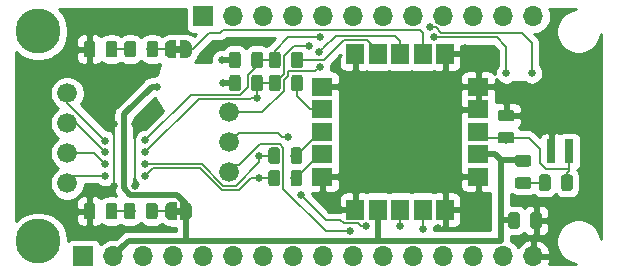
<source format=gbr>
G04 #@! TF.GenerationSoftware,KiCad,Pcbnew,(5.1.4)-1*
G04 #@! TF.CreationDate,2019-12-30T09:54:18-05:00*
G04 #@! TF.ProjectId,Feather-SAM-M8Q-GPS,46656174-6865-4722-9d53-414d2d4d3851,rev?*
G04 #@! TF.SameCoordinates,Original*
G04 #@! TF.FileFunction,Copper,L1,Top*
G04 #@! TF.FilePolarity,Positive*
%FSLAX46Y46*%
G04 Gerber Fmt 4.6, Leading zero omitted, Abs format (unit mm)*
G04 Created by KiCad (PCBNEW (5.1.4)-1) date 2019-12-30 09:54:18*
%MOMM*%
%LPD*%
G04 APERTURE LIST*
%ADD10C,0.100000*%
%ADD11O,1.700000X1.700000*%
%ADD12R,1.700000X1.700000*%
%ADD13C,1.676400*%
%ADD14C,3.800000*%
%ADD15R,1.500000X1.800000*%
%ADD16R,1.800000X1.500000*%
%ADD17C,0.975000*%
%ADD18C,0.500000*%
%ADD19R,0.800000X2.000000*%
%ADD20C,0.660400*%
%ADD21C,0.152400*%
%ADD22C,0.508000*%
%ADD23C,0.254000*%
G04 APERTURE END LIST*
D10*
G36*
X100486400Y-73883800D02*
G01*
X100986400Y-73883800D01*
X100986400Y-73283800D01*
X100486400Y-73283800D01*
X100486400Y-73883800D01*
G37*
G36*
X100461000Y-60167800D02*
G01*
X100961000Y-60167800D01*
X100961000Y-59567800D01*
X100461000Y-59567800D01*
X100461000Y-60167800D01*
G37*
D11*
X130784600Y-77419200D03*
X128244600Y-77419200D03*
X125704600Y-77419200D03*
X123164600Y-77419200D03*
X120624600Y-77419200D03*
X118084600Y-77419200D03*
X115544600Y-77419200D03*
X113004600Y-77419200D03*
X110464600Y-77419200D03*
X107924600Y-77419200D03*
X105384600Y-77419200D03*
X102844600Y-77419200D03*
X100304600Y-77419200D03*
X97764600Y-77419200D03*
X95224600Y-77419200D03*
D12*
X92684600Y-77419200D03*
D11*
X130784600Y-57099200D03*
X128244600Y-57099200D03*
X125704600Y-57099200D03*
X123164600Y-57099200D03*
X120624600Y-57099200D03*
X118084600Y-57099200D03*
X115544600Y-57099200D03*
X113004600Y-57099200D03*
X110464600Y-57099200D03*
X107924600Y-57099200D03*
X105384600Y-57099200D03*
D12*
X102844600Y-57099200D03*
D13*
X105016300Y-67767200D03*
X105016300Y-65227200D03*
X105016300Y-70307200D03*
X91313000Y-63601600D03*
X91313000Y-66141600D03*
X91313000Y-71221600D03*
X91313000Y-68681600D03*
D14*
X88874600Y-58369200D03*
X88874600Y-76149200D03*
D15*
X123307000Y-73452800D03*
X121407000Y-73452800D03*
X119507000Y-73452800D03*
X117607000Y-73452800D03*
X115707000Y-73452800D03*
D16*
X112907000Y-70652800D03*
X112907000Y-68752800D03*
X112907000Y-66852800D03*
X112907000Y-64952800D03*
X112907000Y-63052800D03*
D15*
X115707000Y-60252800D03*
X117607000Y-60252800D03*
X119507000Y-60252800D03*
X121407000Y-60252800D03*
X123307000Y-60252800D03*
D16*
X126107000Y-63052800D03*
X126107000Y-64952800D03*
X126107000Y-66852800D03*
X126107000Y-68752800D03*
X126107000Y-70652800D03*
D10*
G36*
X130401142Y-68832574D02*
G01*
X130424803Y-68836084D01*
X130448007Y-68841896D01*
X130470529Y-68849954D01*
X130492153Y-68860182D01*
X130512670Y-68872479D01*
X130531883Y-68886729D01*
X130549607Y-68902793D01*
X130565671Y-68920517D01*
X130579921Y-68939730D01*
X130592218Y-68960247D01*
X130602446Y-68981871D01*
X130610504Y-69004393D01*
X130616316Y-69027597D01*
X130619826Y-69051258D01*
X130621000Y-69075150D01*
X130621000Y-69562650D01*
X130619826Y-69586542D01*
X130616316Y-69610203D01*
X130610504Y-69633407D01*
X130602446Y-69655929D01*
X130592218Y-69677553D01*
X130579921Y-69698070D01*
X130565671Y-69717283D01*
X130549607Y-69735007D01*
X130531883Y-69751071D01*
X130512670Y-69765321D01*
X130492153Y-69777618D01*
X130470529Y-69787846D01*
X130448007Y-69795904D01*
X130424803Y-69801716D01*
X130401142Y-69805226D01*
X130377250Y-69806400D01*
X129464750Y-69806400D01*
X129440858Y-69805226D01*
X129417197Y-69801716D01*
X129393993Y-69795904D01*
X129371471Y-69787846D01*
X129349847Y-69777618D01*
X129329330Y-69765321D01*
X129310117Y-69751071D01*
X129292393Y-69735007D01*
X129276329Y-69717283D01*
X129262079Y-69698070D01*
X129249782Y-69677553D01*
X129239554Y-69655929D01*
X129231496Y-69633407D01*
X129225684Y-69610203D01*
X129222174Y-69586542D01*
X129221000Y-69562650D01*
X129221000Y-69075150D01*
X129222174Y-69051258D01*
X129225684Y-69027597D01*
X129231496Y-69004393D01*
X129239554Y-68981871D01*
X129249782Y-68960247D01*
X129262079Y-68939730D01*
X129276329Y-68920517D01*
X129292393Y-68902793D01*
X129310117Y-68886729D01*
X129329330Y-68872479D01*
X129349847Y-68860182D01*
X129371471Y-68849954D01*
X129393993Y-68841896D01*
X129417197Y-68836084D01*
X129440858Y-68832574D01*
X129464750Y-68831400D01*
X130377250Y-68831400D01*
X130401142Y-68832574D01*
X130401142Y-68832574D01*
G37*
D17*
X129921000Y-69318900D03*
D10*
G36*
X130401142Y-70707574D02*
G01*
X130424803Y-70711084D01*
X130448007Y-70716896D01*
X130470529Y-70724954D01*
X130492153Y-70735182D01*
X130512670Y-70747479D01*
X130531883Y-70761729D01*
X130549607Y-70777793D01*
X130565671Y-70795517D01*
X130579921Y-70814730D01*
X130592218Y-70835247D01*
X130602446Y-70856871D01*
X130610504Y-70879393D01*
X130616316Y-70902597D01*
X130619826Y-70926258D01*
X130621000Y-70950150D01*
X130621000Y-71437650D01*
X130619826Y-71461542D01*
X130616316Y-71485203D01*
X130610504Y-71508407D01*
X130602446Y-71530929D01*
X130592218Y-71552553D01*
X130579921Y-71573070D01*
X130565671Y-71592283D01*
X130549607Y-71610007D01*
X130531883Y-71626071D01*
X130512670Y-71640321D01*
X130492153Y-71652618D01*
X130470529Y-71662846D01*
X130448007Y-71670904D01*
X130424803Y-71676716D01*
X130401142Y-71680226D01*
X130377250Y-71681400D01*
X129464750Y-71681400D01*
X129440858Y-71680226D01*
X129417197Y-71676716D01*
X129393993Y-71670904D01*
X129371471Y-71662846D01*
X129349847Y-71652618D01*
X129329330Y-71640321D01*
X129310117Y-71626071D01*
X129292393Y-71610007D01*
X129276329Y-71592283D01*
X129262079Y-71573070D01*
X129249782Y-71552553D01*
X129239554Y-71530929D01*
X129231496Y-71508407D01*
X129225684Y-71485203D01*
X129222174Y-71461542D01*
X129221000Y-71437650D01*
X129221000Y-70950150D01*
X129222174Y-70926258D01*
X129225684Y-70902597D01*
X129231496Y-70879393D01*
X129239554Y-70856871D01*
X129249782Y-70835247D01*
X129262079Y-70814730D01*
X129276329Y-70795517D01*
X129292393Y-70777793D01*
X129310117Y-70761729D01*
X129329330Y-70747479D01*
X129349847Y-70735182D01*
X129371471Y-70724954D01*
X129393993Y-70716896D01*
X129417197Y-70711084D01*
X129440858Y-70707574D01*
X129464750Y-70706400D01*
X130377250Y-70706400D01*
X130401142Y-70707574D01*
X130401142Y-70707574D01*
G37*
D17*
X129921000Y-71193900D03*
D10*
G36*
X107656542Y-62039174D02*
G01*
X107680203Y-62042684D01*
X107703407Y-62048496D01*
X107725929Y-62056554D01*
X107747553Y-62066782D01*
X107768070Y-62079079D01*
X107787283Y-62093329D01*
X107805007Y-62109393D01*
X107821071Y-62127117D01*
X107835321Y-62146330D01*
X107847618Y-62166847D01*
X107857846Y-62188471D01*
X107865904Y-62210993D01*
X107871716Y-62234197D01*
X107875226Y-62257858D01*
X107876400Y-62281750D01*
X107876400Y-63194250D01*
X107875226Y-63218142D01*
X107871716Y-63241803D01*
X107865904Y-63265007D01*
X107857846Y-63287529D01*
X107847618Y-63309153D01*
X107835321Y-63329670D01*
X107821071Y-63348883D01*
X107805007Y-63366607D01*
X107787283Y-63382671D01*
X107768070Y-63396921D01*
X107747553Y-63409218D01*
X107725929Y-63419446D01*
X107703407Y-63427504D01*
X107680203Y-63433316D01*
X107656542Y-63436826D01*
X107632650Y-63438000D01*
X107145150Y-63438000D01*
X107121258Y-63436826D01*
X107097597Y-63433316D01*
X107074393Y-63427504D01*
X107051871Y-63419446D01*
X107030247Y-63409218D01*
X107009730Y-63396921D01*
X106990517Y-63382671D01*
X106972793Y-63366607D01*
X106956729Y-63348883D01*
X106942479Y-63329670D01*
X106930182Y-63309153D01*
X106919954Y-63287529D01*
X106911896Y-63265007D01*
X106906084Y-63241803D01*
X106902574Y-63218142D01*
X106901400Y-63194250D01*
X106901400Y-62281750D01*
X106902574Y-62257858D01*
X106906084Y-62234197D01*
X106911896Y-62210993D01*
X106919954Y-62188471D01*
X106930182Y-62166847D01*
X106942479Y-62146330D01*
X106956729Y-62127117D01*
X106972793Y-62109393D01*
X106990517Y-62093329D01*
X107009730Y-62079079D01*
X107030247Y-62066782D01*
X107051871Y-62056554D01*
X107074393Y-62048496D01*
X107097597Y-62042684D01*
X107121258Y-62039174D01*
X107145150Y-62038000D01*
X107632650Y-62038000D01*
X107656542Y-62039174D01*
X107656542Y-62039174D01*
G37*
D17*
X107388900Y-62738000D03*
D10*
G36*
X105781542Y-62039174D02*
G01*
X105805203Y-62042684D01*
X105828407Y-62048496D01*
X105850929Y-62056554D01*
X105872553Y-62066782D01*
X105893070Y-62079079D01*
X105912283Y-62093329D01*
X105930007Y-62109393D01*
X105946071Y-62127117D01*
X105960321Y-62146330D01*
X105972618Y-62166847D01*
X105982846Y-62188471D01*
X105990904Y-62210993D01*
X105996716Y-62234197D01*
X106000226Y-62257858D01*
X106001400Y-62281750D01*
X106001400Y-63194250D01*
X106000226Y-63218142D01*
X105996716Y-63241803D01*
X105990904Y-63265007D01*
X105982846Y-63287529D01*
X105972618Y-63309153D01*
X105960321Y-63329670D01*
X105946071Y-63348883D01*
X105930007Y-63366607D01*
X105912283Y-63382671D01*
X105893070Y-63396921D01*
X105872553Y-63409218D01*
X105850929Y-63419446D01*
X105828407Y-63427504D01*
X105805203Y-63433316D01*
X105781542Y-63436826D01*
X105757650Y-63438000D01*
X105270150Y-63438000D01*
X105246258Y-63436826D01*
X105222597Y-63433316D01*
X105199393Y-63427504D01*
X105176871Y-63419446D01*
X105155247Y-63409218D01*
X105134730Y-63396921D01*
X105115517Y-63382671D01*
X105097793Y-63366607D01*
X105081729Y-63348883D01*
X105067479Y-63329670D01*
X105055182Y-63309153D01*
X105044954Y-63287529D01*
X105036896Y-63265007D01*
X105031084Y-63241803D01*
X105027574Y-63218142D01*
X105026400Y-63194250D01*
X105026400Y-62281750D01*
X105027574Y-62257858D01*
X105031084Y-62234197D01*
X105036896Y-62210993D01*
X105044954Y-62188471D01*
X105055182Y-62166847D01*
X105067479Y-62146330D01*
X105081729Y-62127117D01*
X105097793Y-62109393D01*
X105115517Y-62093329D01*
X105134730Y-62079079D01*
X105155247Y-62066782D01*
X105176871Y-62056554D01*
X105199393Y-62048496D01*
X105222597Y-62042684D01*
X105246258Y-62039174D01*
X105270150Y-62038000D01*
X105757650Y-62038000D01*
X105781542Y-62039174D01*
X105781542Y-62039174D01*
G37*
D17*
X105513900Y-62738000D03*
D10*
G36*
X107656542Y-60083374D02*
G01*
X107680203Y-60086884D01*
X107703407Y-60092696D01*
X107725929Y-60100754D01*
X107747553Y-60110982D01*
X107768070Y-60123279D01*
X107787283Y-60137529D01*
X107805007Y-60153593D01*
X107821071Y-60171317D01*
X107835321Y-60190530D01*
X107847618Y-60211047D01*
X107857846Y-60232671D01*
X107865904Y-60255193D01*
X107871716Y-60278397D01*
X107875226Y-60302058D01*
X107876400Y-60325950D01*
X107876400Y-61238450D01*
X107875226Y-61262342D01*
X107871716Y-61286003D01*
X107865904Y-61309207D01*
X107857846Y-61331729D01*
X107847618Y-61353353D01*
X107835321Y-61373870D01*
X107821071Y-61393083D01*
X107805007Y-61410807D01*
X107787283Y-61426871D01*
X107768070Y-61441121D01*
X107747553Y-61453418D01*
X107725929Y-61463646D01*
X107703407Y-61471704D01*
X107680203Y-61477516D01*
X107656542Y-61481026D01*
X107632650Y-61482200D01*
X107145150Y-61482200D01*
X107121258Y-61481026D01*
X107097597Y-61477516D01*
X107074393Y-61471704D01*
X107051871Y-61463646D01*
X107030247Y-61453418D01*
X107009730Y-61441121D01*
X106990517Y-61426871D01*
X106972793Y-61410807D01*
X106956729Y-61393083D01*
X106942479Y-61373870D01*
X106930182Y-61353353D01*
X106919954Y-61331729D01*
X106911896Y-61309207D01*
X106906084Y-61286003D01*
X106902574Y-61262342D01*
X106901400Y-61238450D01*
X106901400Y-60325950D01*
X106902574Y-60302058D01*
X106906084Y-60278397D01*
X106911896Y-60255193D01*
X106919954Y-60232671D01*
X106930182Y-60211047D01*
X106942479Y-60190530D01*
X106956729Y-60171317D01*
X106972793Y-60153593D01*
X106990517Y-60137529D01*
X107009730Y-60123279D01*
X107030247Y-60110982D01*
X107051871Y-60100754D01*
X107074393Y-60092696D01*
X107097597Y-60086884D01*
X107121258Y-60083374D01*
X107145150Y-60082200D01*
X107632650Y-60082200D01*
X107656542Y-60083374D01*
X107656542Y-60083374D01*
G37*
D17*
X107388900Y-60782200D03*
D10*
G36*
X105781542Y-60083374D02*
G01*
X105805203Y-60086884D01*
X105828407Y-60092696D01*
X105850929Y-60100754D01*
X105872553Y-60110982D01*
X105893070Y-60123279D01*
X105912283Y-60137529D01*
X105930007Y-60153593D01*
X105946071Y-60171317D01*
X105960321Y-60190530D01*
X105972618Y-60211047D01*
X105982846Y-60232671D01*
X105990904Y-60255193D01*
X105996716Y-60278397D01*
X106000226Y-60302058D01*
X106001400Y-60325950D01*
X106001400Y-61238450D01*
X106000226Y-61262342D01*
X105996716Y-61286003D01*
X105990904Y-61309207D01*
X105982846Y-61331729D01*
X105972618Y-61353353D01*
X105960321Y-61373870D01*
X105946071Y-61393083D01*
X105930007Y-61410807D01*
X105912283Y-61426871D01*
X105893070Y-61441121D01*
X105872553Y-61453418D01*
X105850929Y-61463646D01*
X105828407Y-61471704D01*
X105805203Y-61477516D01*
X105781542Y-61481026D01*
X105757650Y-61482200D01*
X105270150Y-61482200D01*
X105246258Y-61481026D01*
X105222597Y-61477516D01*
X105199393Y-61471704D01*
X105176871Y-61463646D01*
X105155247Y-61453418D01*
X105134730Y-61441121D01*
X105115517Y-61426871D01*
X105097793Y-61410807D01*
X105081729Y-61393083D01*
X105067479Y-61373870D01*
X105055182Y-61353353D01*
X105044954Y-61331729D01*
X105036896Y-61309207D01*
X105031084Y-61286003D01*
X105027574Y-61262342D01*
X105026400Y-61238450D01*
X105026400Y-60325950D01*
X105027574Y-60302058D01*
X105031084Y-60278397D01*
X105036896Y-60255193D01*
X105044954Y-60232671D01*
X105055182Y-60211047D01*
X105067479Y-60190530D01*
X105081729Y-60171317D01*
X105097793Y-60153593D01*
X105115517Y-60137529D01*
X105134730Y-60123279D01*
X105155247Y-60110982D01*
X105176871Y-60100754D01*
X105199393Y-60092696D01*
X105222597Y-60086884D01*
X105246258Y-60083374D01*
X105270150Y-60082200D01*
X105757650Y-60082200D01*
X105781542Y-60083374D01*
X105781542Y-60083374D01*
G37*
D17*
X105513900Y-60782200D03*
D10*
G36*
X98741142Y-72884974D02*
G01*
X98764803Y-72888484D01*
X98788007Y-72894296D01*
X98810529Y-72902354D01*
X98832153Y-72912582D01*
X98852670Y-72924879D01*
X98871883Y-72939129D01*
X98889607Y-72955193D01*
X98905671Y-72972917D01*
X98919921Y-72992130D01*
X98932218Y-73012647D01*
X98942446Y-73034271D01*
X98950504Y-73056793D01*
X98956316Y-73079997D01*
X98959826Y-73103658D01*
X98961000Y-73127550D01*
X98961000Y-74040050D01*
X98959826Y-74063942D01*
X98956316Y-74087603D01*
X98950504Y-74110807D01*
X98942446Y-74133329D01*
X98932218Y-74154953D01*
X98919921Y-74175470D01*
X98905671Y-74194683D01*
X98889607Y-74212407D01*
X98871883Y-74228471D01*
X98852670Y-74242721D01*
X98832153Y-74255018D01*
X98810529Y-74265246D01*
X98788007Y-74273304D01*
X98764803Y-74279116D01*
X98741142Y-74282626D01*
X98717250Y-74283800D01*
X98229750Y-74283800D01*
X98205858Y-74282626D01*
X98182197Y-74279116D01*
X98158993Y-74273304D01*
X98136471Y-74265246D01*
X98114847Y-74255018D01*
X98094330Y-74242721D01*
X98075117Y-74228471D01*
X98057393Y-74212407D01*
X98041329Y-74194683D01*
X98027079Y-74175470D01*
X98014782Y-74154953D01*
X98004554Y-74133329D01*
X97996496Y-74110807D01*
X97990684Y-74087603D01*
X97987174Y-74063942D01*
X97986000Y-74040050D01*
X97986000Y-73127550D01*
X97987174Y-73103658D01*
X97990684Y-73079997D01*
X97996496Y-73056793D01*
X98004554Y-73034271D01*
X98014782Y-73012647D01*
X98027079Y-72992130D01*
X98041329Y-72972917D01*
X98057393Y-72955193D01*
X98075117Y-72939129D01*
X98094330Y-72924879D01*
X98114847Y-72912582D01*
X98136471Y-72902354D01*
X98158993Y-72894296D01*
X98182197Y-72888484D01*
X98205858Y-72884974D01*
X98229750Y-72883800D01*
X98717250Y-72883800D01*
X98741142Y-72884974D01*
X98741142Y-72884974D01*
G37*
D17*
X98473500Y-73583800D03*
D10*
G36*
X96866142Y-72884974D02*
G01*
X96889803Y-72888484D01*
X96913007Y-72894296D01*
X96935529Y-72902354D01*
X96957153Y-72912582D01*
X96977670Y-72924879D01*
X96996883Y-72939129D01*
X97014607Y-72955193D01*
X97030671Y-72972917D01*
X97044921Y-72992130D01*
X97057218Y-73012647D01*
X97067446Y-73034271D01*
X97075504Y-73056793D01*
X97081316Y-73079997D01*
X97084826Y-73103658D01*
X97086000Y-73127550D01*
X97086000Y-74040050D01*
X97084826Y-74063942D01*
X97081316Y-74087603D01*
X97075504Y-74110807D01*
X97067446Y-74133329D01*
X97057218Y-74154953D01*
X97044921Y-74175470D01*
X97030671Y-74194683D01*
X97014607Y-74212407D01*
X96996883Y-74228471D01*
X96977670Y-74242721D01*
X96957153Y-74255018D01*
X96935529Y-74265246D01*
X96913007Y-74273304D01*
X96889803Y-74279116D01*
X96866142Y-74282626D01*
X96842250Y-74283800D01*
X96354750Y-74283800D01*
X96330858Y-74282626D01*
X96307197Y-74279116D01*
X96283993Y-74273304D01*
X96261471Y-74265246D01*
X96239847Y-74255018D01*
X96219330Y-74242721D01*
X96200117Y-74228471D01*
X96182393Y-74212407D01*
X96166329Y-74194683D01*
X96152079Y-74175470D01*
X96139782Y-74154953D01*
X96129554Y-74133329D01*
X96121496Y-74110807D01*
X96115684Y-74087603D01*
X96112174Y-74063942D01*
X96111000Y-74040050D01*
X96111000Y-73127550D01*
X96112174Y-73103658D01*
X96115684Y-73079997D01*
X96121496Y-73056793D01*
X96129554Y-73034271D01*
X96139782Y-73012647D01*
X96152079Y-72992130D01*
X96166329Y-72972917D01*
X96182393Y-72955193D01*
X96200117Y-72939129D01*
X96219330Y-72924879D01*
X96239847Y-72912582D01*
X96261471Y-72902354D01*
X96283993Y-72894296D01*
X96307197Y-72888484D01*
X96330858Y-72884974D01*
X96354750Y-72883800D01*
X96842250Y-72883800D01*
X96866142Y-72884974D01*
X96866142Y-72884974D01*
G37*
D17*
X96598500Y-73583800D03*
D10*
G36*
X98791942Y-59168974D02*
G01*
X98815603Y-59172484D01*
X98838807Y-59178296D01*
X98861329Y-59186354D01*
X98882953Y-59196582D01*
X98903470Y-59208879D01*
X98922683Y-59223129D01*
X98940407Y-59239193D01*
X98956471Y-59256917D01*
X98970721Y-59276130D01*
X98983018Y-59296647D01*
X98993246Y-59318271D01*
X99001304Y-59340793D01*
X99007116Y-59363997D01*
X99010626Y-59387658D01*
X99011800Y-59411550D01*
X99011800Y-60324050D01*
X99010626Y-60347942D01*
X99007116Y-60371603D01*
X99001304Y-60394807D01*
X98993246Y-60417329D01*
X98983018Y-60438953D01*
X98970721Y-60459470D01*
X98956471Y-60478683D01*
X98940407Y-60496407D01*
X98922683Y-60512471D01*
X98903470Y-60526721D01*
X98882953Y-60539018D01*
X98861329Y-60549246D01*
X98838807Y-60557304D01*
X98815603Y-60563116D01*
X98791942Y-60566626D01*
X98768050Y-60567800D01*
X98280550Y-60567800D01*
X98256658Y-60566626D01*
X98232997Y-60563116D01*
X98209793Y-60557304D01*
X98187271Y-60549246D01*
X98165647Y-60539018D01*
X98145130Y-60526721D01*
X98125917Y-60512471D01*
X98108193Y-60496407D01*
X98092129Y-60478683D01*
X98077879Y-60459470D01*
X98065582Y-60438953D01*
X98055354Y-60417329D01*
X98047296Y-60394807D01*
X98041484Y-60371603D01*
X98037974Y-60347942D01*
X98036800Y-60324050D01*
X98036800Y-59411550D01*
X98037974Y-59387658D01*
X98041484Y-59363997D01*
X98047296Y-59340793D01*
X98055354Y-59318271D01*
X98065582Y-59296647D01*
X98077879Y-59276130D01*
X98092129Y-59256917D01*
X98108193Y-59239193D01*
X98125917Y-59223129D01*
X98145130Y-59208879D01*
X98165647Y-59196582D01*
X98187271Y-59186354D01*
X98209793Y-59178296D01*
X98232997Y-59172484D01*
X98256658Y-59168974D01*
X98280550Y-59167800D01*
X98768050Y-59167800D01*
X98791942Y-59168974D01*
X98791942Y-59168974D01*
G37*
D17*
X98524300Y-59867800D03*
D10*
G36*
X96916942Y-59168974D02*
G01*
X96940603Y-59172484D01*
X96963807Y-59178296D01*
X96986329Y-59186354D01*
X97007953Y-59196582D01*
X97028470Y-59208879D01*
X97047683Y-59223129D01*
X97065407Y-59239193D01*
X97081471Y-59256917D01*
X97095721Y-59276130D01*
X97108018Y-59296647D01*
X97118246Y-59318271D01*
X97126304Y-59340793D01*
X97132116Y-59363997D01*
X97135626Y-59387658D01*
X97136800Y-59411550D01*
X97136800Y-60324050D01*
X97135626Y-60347942D01*
X97132116Y-60371603D01*
X97126304Y-60394807D01*
X97118246Y-60417329D01*
X97108018Y-60438953D01*
X97095721Y-60459470D01*
X97081471Y-60478683D01*
X97065407Y-60496407D01*
X97047683Y-60512471D01*
X97028470Y-60526721D01*
X97007953Y-60539018D01*
X96986329Y-60549246D01*
X96963807Y-60557304D01*
X96940603Y-60563116D01*
X96916942Y-60566626D01*
X96893050Y-60567800D01*
X96405550Y-60567800D01*
X96381658Y-60566626D01*
X96357997Y-60563116D01*
X96334793Y-60557304D01*
X96312271Y-60549246D01*
X96290647Y-60539018D01*
X96270130Y-60526721D01*
X96250917Y-60512471D01*
X96233193Y-60496407D01*
X96217129Y-60478683D01*
X96202879Y-60459470D01*
X96190582Y-60438953D01*
X96180354Y-60417329D01*
X96172296Y-60394807D01*
X96166484Y-60371603D01*
X96162974Y-60347942D01*
X96161800Y-60324050D01*
X96161800Y-59411550D01*
X96162974Y-59387658D01*
X96166484Y-59363997D01*
X96172296Y-59340793D01*
X96180354Y-59318271D01*
X96190582Y-59296647D01*
X96202879Y-59276130D01*
X96217129Y-59256917D01*
X96233193Y-59239193D01*
X96250917Y-59223129D01*
X96270130Y-59208879D01*
X96290647Y-59196582D01*
X96312271Y-59186354D01*
X96334793Y-59178296D01*
X96357997Y-59172484D01*
X96381658Y-59168974D01*
X96405550Y-59167800D01*
X96893050Y-59167800D01*
X96916942Y-59168974D01*
X96916942Y-59168974D01*
G37*
D17*
X96649300Y-59867800D03*
D10*
G36*
X132019742Y-70471974D02*
G01*
X132043403Y-70475484D01*
X132066607Y-70481296D01*
X132089129Y-70489354D01*
X132110753Y-70499582D01*
X132131270Y-70511879D01*
X132150483Y-70526129D01*
X132168207Y-70542193D01*
X132184271Y-70559917D01*
X132198521Y-70579130D01*
X132210818Y-70599647D01*
X132221046Y-70621271D01*
X132229104Y-70643793D01*
X132234916Y-70666997D01*
X132238426Y-70690658D01*
X132239600Y-70714550D01*
X132239600Y-71627050D01*
X132238426Y-71650942D01*
X132234916Y-71674603D01*
X132229104Y-71697807D01*
X132221046Y-71720329D01*
X132210818Y-71741953D01*
X132198521Y-71762470D01*
X132184271Y-71781683D01*
X132168207Y-71799407D01*
X132150483Y-71815471D01*
X132131270Y-71829721D01*
X132110753Y-71842018D01*
X132089129Y-71852246D01*
X132066607Y-71860304D01*
X132043403Y-71866116D01*
X132019742Y-71869626D01*
X131995850Y-71870800D01*
X131508350Y-71870800D01*
X131484458Y-71869626D01*
X131460797Y-71866116D01*
X131437593Y-71860304D01*
X131415071Y-71852246D01*
X131393447Y-71842018D01*
X131372930Y-71829721D01*
X131353717Y-71815471D01*
X131335993Y-71799407D01*
X131319929Y-71781683D01*
X131305679Y-71762470D01*
X131293382Y-71741953D01*
X131283154Y-71720329D01*
X131275096Y-71697807D01*
X131269284Y-71674603D01*
X131265774Y-71650942D01*
X131264600Y-71627050D01*
X131264600Y-70714550D01*
X131265774Y-70690658D01*
X131269284Y-70666997D01*
X131275096Y-70643793D01*
X131283154Y-70621271D01*
X131293382Y-70599647D01*
X131305679Y-70579130D01*
X131319929Y-70559917D01*
X131335993Y-70542193D01*
X131353717Y-70526129D01*
X131372930Y-70511879D01*
X131393447Y-70499582D01*
X131415071Y-70489354D01*
X131437593Y-70481296D01*
X131460797Y-70475484D01*
X131484458Y-70471974D01*
X131508350Y-70470800D01*
X131995850Y-70470800D01*
X132019742Y-70471974D01*
X132019742Y-70471974D01*
G37*
D17*
X131752100Y-71170800D03*
D10*
G36*
X133894742Y-70471974D02*
G01*
X133918403Y-70475484D01*
X133941607Y-70481296D01*
X133964129Y-70489354D01*
X133985753Y-70499582D01*
X134006270Y-70511879D01*
X134025483Y-70526129D01*
X134043207Y-70542193D01*
X134059271Y-70559917D01*
X134073521Y-70579130D01*
X134085818Y-70599647D01*
X134096046Y-70621271D01*
X134104104Y-70643793D01*
X134109916Y-70666997D01*
X134113426Y-70690658D01*
X134114600Y-70714550D01*
X134114600Y-71627050D01*
X134113426Y-71650942D01*
X134109916Y-71674603D01*
X134104104Y-71697807D01*
X134096046Y-71720329D01*
X134085818Y-71741953D01*
X134073521Y-71762470D01*
X134059271Y-71781683D01*
X134043207Y-71799407D01*
X134025483Y-71815471D01*
X134006270Y-71829721D01*
X133985753Y-71842018D01*
X133964129Y-71852246D01*
X133941607Y-71860304D01*
X133918403Y-71866116D01*
X133894742Y-71869626D01*
X133870850Y-71870800D01*
X133383350Y-71870800D01*
X133359458Y-71869626D01*
X133335797Y-71866116D01*
X133312593Y-71860304D01*
X133290071Y-71852246D01*
X133268447Y-71842018D01*
X133247930Y-71829721D01*
X133228717Y-71815471D01*
X133210993Y-71799407D01*
X133194929Y-71781683D01*
X133180679Y-71762470D01*
X133168382Y-71741953D01*
X133158154Y-71720329D01*
X133150096Y-71697807D01*
X133144284Y-71674603D01*
X133140774Y-71650942D01*
X133139600Y-71627050D01*
X133139600Y-70714550D01*
X133140774Y-70690658D01*
X133144284Y-70666997D01*
X133150096Y-70643793D01*
X133158154Y-70621271D01*
X133168382Y-70599647D01*
X133180679Y-70579130D01*
X133194929Y-70559917D01*
X133210993Y-70542193D01*
X133228717Y-70526129D01*
X133247930Y-70511879D01*
X133268447Y-70499582D01*
X133290071Y-70489354D01*
X133312593Y-70481296D01*
X133335797Y-70475484D01*
X133359458Y-70471974D01*
X133383350Y-70470800D01*
X133870850Y-70470800D01*
X133894742Y-70471974D01*
X133894742Y-70471974D01*
G37*
D17*
X133627100Y-71170800D03*
D10*
G36*
X110983942Y-68185974D02*
G01*
X111007603Y-68189484D01*
X111030807Y-68195296D01*
X111053329Y-68203354D01*
X111074953Y-68213582D01*
X111095470Y-68225879D01*
X111114683Y-68240129D01*
X111132407Y-68256193D01*
X111148471Y-68273917D01*
X111162721Y-68293130D01*
X111175018Y-68313647D01*
X111185246Y-68335271D01*
X111193304Y-68357793D01*
X111199116Y-68380997D01*
X111202626Y-68404658D01*
X111203800Y-68428550D01*
X111203800Y-69341050D01*
X111202626Y-69364942D01*
X111199116Y-69388603D01*
X111193304Y-69411807D01*
X111185246Y-69434329D01*
X111175018Y-69455953D01*
X111162721Y-69476470D01*
X111148471Y-69495683D01*
X111132407Y-69513407D01*
X111114683Y-69529471D01*
X111095470Y-69543721D01*
X111074953Y-69556018D01*
X111053329Y-69566246D01*
X111030807Y-69574304D01*
X111007603Y-69580116D01*
X110983942Y-69583626D01*
X110960050Y-69584800D01*
X110472550Y-69584800D01*
X110448658Y-69583626D01*
X110424997Y-69580116D01*
X110401793Y-69574304D01*
X110379271Y-69566246D01*
X110357647Y-69556018D01*
X110337130Y-69543721D01*
X110317917Y-69529471D01*
X110300193Y-69513407D01*
X110284129Y-69495683D01*
X110269879Y-69476470D01*
X110257582Y-69455953D01*
X110247354Y-69434329D01*
X110239296Y-69411807D01*
X110233484Y-69388603D01*
X110229974Y-69364942D01*
X110228800Y-69341050D01*
X110228800Y-68428550D01*
X110229974Y-68404658D01*
X110233484Y-68380997D01*
X110239296Y-68357793D01*
X110247354Y-68335271D01*
X110257582Y-68313647D01*
X110269879Y-68293130D01*
X110284129Y-68273917D01*
X110300193Y-68256193D01*
X110317917Y-68240129D01*
X110337130Y-68225879D01*
X110357647Y-68213582D01*
X110379271Y-68203354D01*
X110401793Y-68195296D01*
X110424997Y-68189484D01*
X110448658Y-68185974D01*
X110472550Y-68184800D01*
X110960050Y-68184800D01*
X110983942Y-68185974D01*
X110983942Y-68185974D01*
G37*
D17*
X110716300Y-68884800D03*
D10*
G36*
X109108942Y-68185974D02*
G01*
X109132603Y-68189484D01*
X109155807Y-68195296D01*
X109178329Y-68203354D01*
X109199953Y-68213582D01*
X109220470Y-68225879D01*
X109239683Y-68240129D01*
X109257407Y-68256193D01*
X109273471Y-68273917D01*
X109287721Y-68293130D01*
X109300018Y-68313647D01*
X109310246Y-68335271D01*
X109318304Y-68357793D01*
X109324116Y-68380997D01*
X109327626Y-68404658D01*
X109328800Y-68428550D01*
X109328800Y-69341050D01*
X109327626Y-69364942D01*
X109324116Y-69388603D01*
X109318304Y-69411807D01*
X109310246Y-69434329D01*
X109300018Y-69455953D01*
X109287721Y-69476470D01*
X109273471Y-69495683D01*
X109257407Y-69513407D01*
X109239683Y-69529471D01*
X109220470Y-69543721D01*
X109199953Y-69556018D01*
X109178329Y-69566246D01*
X109155807Y-69574304D01*
X109132603Y-69580116D01*
X109108942Y-69583626D01*
X109085050Y-69584800D01*
X108597550Y-69584800D01*
X108573658Y-69583626D01*
X108549997Y-69580116D01*
X108526793Y-69574304D01*
X108504271Y-69566246D01*
X108482647Y-69556018D01*
X108462130Y-69543721D01*
X108442917Y-69529471D01*
X108425193Y-69513407D01*
X108409129Y-69495683D01*
X108394879Y-69476470D01*
X108382582Y-69455953D01*
X108372354Y-69434329D01*
X108364296Y-69411807D01*
X108358484Y-69388603D01*
X108354974Y-69364942D01*
X108353800Y-69341050D01*
X108353800Y-68428550D01*
X108354974Y-68404658D01*
X108358484Y-68380997D01*
X108364296Y-68357793D01*
X108372354Y-68335271D01*
X108382582Y-68313647D01*
X108394879Y-68293130D01*
X108409129Y-68273917D01*
X108425193Y-68256193D01*
X108442917Y-68240129D01*
X108462130Y-68225879D01*
X108482647Y-68213582D01*
X108504271Y-68203354D01*
X108526793Y-68195296D01*
X108549997Y-68189484D01*
X108573658Y-68185974D01*
X108597550Y-68184800D01*
X109085050Y-68184800D01*
X109108942Y-68185974D01*
X109108942Y-68185974D01*
G37*
D17*
X108841300Y-68884800D03*
D10*
G36*
X110983942Y-70090974D02*
G01*
X111007603Y-70094484D01*
X111030807Y-70100296D01*
X111053329Y-70108354D01*
X111074953Y-70118582D01*
X111095470Y-70130879D01*
X111114683Y-70145129D01*
X111132407Y-70161193D01*
X111148471Y-70178917D01*
X111162721Y-70198130D01*
X111175018Y-70218647D01*
X111185246Y-70240271D01*
X111193304Y-70262793D01*
X111199116Y-70285997D01*
X111202626Y-70309658D01*
X111203800Y-70333550D01*
X111203800Y-71246050D01*
X111202626Y-71269942D01*
X111199116Y-71293603D01*
X111193304Y-71316807D01*
X111185246Y-71339329D01*
X111175018Y-71360953D01*
X111162721Y-71381470D01*
X111148471Y-71400683D01*
X111132407Y-71418407D01*
X111114683Y-71434471D01*
X111095470Y-71448721D01*
X111074953Y-71461018D01*
X111053329Y-71471246D01*
X111030807Y-71479304D01*
X111007603Y-71485116D01*
X110983942Y-71488626D01*
X110960050Y-71489800D01*
X110472550Y-71489800D01*
X110448658Y-71488626D01*
X110424997Y-71485116D01*
X110401793Y-71479304D01*
X110379271Y-71471246D01*
X110357647Y-71461018D01*
X110337130Y-71448721D01*
X110317917Y-71434471D01*
X110300193Y-71418407D01*
X110284129Y-71400683D01*
X110269879Y-71381470D01*
X110257582Y-71360953D01*
X110247354Y-71339329D01*
X110239296Y-71316807D01*
X110233484Y-71293603D01*
X110229974Y-71269942D01*
X110228800Y-71246050D01*
X110228800Y-70333550D01*
X110229974Y-70309658D01*
X110233484Y-70285997D01*
X110239296Y-70262793D01*
X110247354Y-70240271D01*
X110257582Y-70218647D01*
X110269879Y-70198130D01*
X110284129Y-70178917D01*
X110300193Y-70161193D01*
X110317917Y-70145129D01*
X110337130Y-70130879D01*
X110357647Y-70118582D01*
X110379271Y-70108354D01*
X110401793Y-70100296D01*
X110424997Y-70094484D01*
X110448658Y-70090974D01*
X110472550Y-70089800D01*
X110960050Y-70089800D01*
X110983942Y-70090974D01*
X110983942Y-70090974D01*
G37*
D17*
X110716300Y-70789800D03*
D10*
G36*
X109108942Y-70090974D02*
G01*
X109132603Y-70094484D01*
X109155807Y-70100296D01*
X109178329Y-70108354D01*
X109199953Y-70118582D01*
X109220470Y-70130879D01*
X109239683Y-70145129D01*
X109257407Y-70161193D01*
X109273471Y-70178917D01*
X109287721Y-70198130D01*
X109300018Y-70218647D01*
X109310246Y-70240271D01*
X109318304Y-70262793D01*
X109324116Y-70285997D01*
X109327626Y-70309658D01*
X109328800Y-70333550D01*
X109328800Y-71246050D01*
X109327626Y-71269942D01*
X109324116Y-71293603D01*
X109318304Y-71316807D01*
X109310246Y-71339329D01*
X109300018Y-71360953D01*
X109287721Y-71381470D01*
X109273471Y-71400683D01*
X109257407Y-71418407D01*
X109239683Y-71434471D01*
X109220470Y-71448721D01*
X109199953Y-71461018D01*
X109178329Y-71471246D01*
X109155807Y-71479304D01*
X109132603Y-71485116D01*
X109108942Y-71488626D01*
X109085050Y-71489800D01*
X108597550Y-71489800D01*
X108573658Y-71488626D01*
X108549997Y-71485116D01*
X108526793Y-71479304D01*
X108504271Y-71471246D01*
X108482647Y-71461018D01*
X108462130Y-71448721D01*
X108442917Y-71434471D01*
X108425193Y-71418407D01*
X108409129Y-71400683D01*
X108394879Y-71381470D01*
X108382582Y-71360953D01*
X108372354Y-71339329D01*
X108364296Y-71316807D01*
X108358484Y-71293603D01*
X108354974Y-71269942D01*
X108353800Y-71246050D01*
X108353800Y-70333550D01*
X108354974Y-70309658D01*
X108358484Y-70285997D01*
X108364296Y-70262793D01*
X108372354Y-70240271D01*
X108382582Y-70218647D01*
X108394879Y-70198130D01*
X108409129Y-70178917D01*
X108425193Y-70161193D01*
X108442917Y-70145129D01*
X108462130Y-70130879D01*
X108482647Y-70118582D01*
X108504271Y-70108354D01*
X108526793Y-70100296D01*
X108549997Y-70094484D01*
X108573658Y-70090974D01*
X108597550Y-70089800D01*
X109085050Y-70089800D01*
X109108942Y-70090974D01*
X109108942Y-70090974D01*
G37*
D17*
X108841300Y-70789800D03*
D10*
G36*
X111034742Y-62039174D02*
G01*
X111058403Y-62042684D01*
X111081607Y-62048496D01*
X111104129Y-62056554D01*
X111125753Y-62066782D01*
X111146270Y-62079079D01*
X111165483Y-62093329D01*
X111183207Y-62109393D01*
X111199271Y-62127117D01*
X111213521Y-62146330D01*
X111225818Y-62166847D01*
X111236046Y-62188471D01*
X111244104Y-62210993D01*
X111249916Y-62234197D01*
X111253426Y-62257858D01*
X111254600Y-62281750D01*
X111254600Y-63194250D01*
X111253426Y-63218142D01*
X111249916Y-63241803D01*
X111244104Y-63265007D01*
X111236046Y-63287529D01*
X111225818Y-63309153D01*
X111213521Y-63329670D01*
X111199271Y-63348883D01*
X111183207Y-63366607D01*
X111165483Y-63382671D01*
X111146270Y-63396921D01*
X111125753Y-63409218D01*
X111104129Y-63419446D01*
X111081607Y-63427504D01*
X111058403Y-63433316D01*
X111034742Y-63436826D01*
X111010850Y-63438000D01*
X110523350Y-63438000D01*
X110499458Y-63436826D01*
X110475797Y-63433316D01*
X110452593Y-63427504D01*
X110430071Y-63419446D01*
X110408447Y-63409218D01*
X110387930Y-63396921D01*
X110368717Y-63382671D01*
X110350993Y-63366607D01*
X110334929Y-63348883D01*
X110320679Y-63329670D01*
X110308382Y-63309153D01*
X110298154Y-63287529D01*
X110290096Y-63265007D01*
X110284284Y-63241803D01*
X110280774Y-63218142D01*
X110279600Y-63194250D01*
X110279600Y-62281750D01*
X110280774Y-62257858D01*
X110284284Y-62234197D01*
X110290096Y-62210993D01*
X110298154Y-62188471D01*
X110308382Y-62166847D01*
X110320679Y-62146330D01*
X110334929Y-62127117D01*
X110350993Y-62109393D01*
X110368717Y-62093329D01*
X110387930Y-62079079D01*
X110408447Y-62066782D01*
X110430071Y-62056554D01*
X110452593Y-62048496D01*
X110475797Y-62042684D01*
X110499458Y-62039174D01*
X110523350Y-62038000D01*
X111010850Y-62038000D01*
X111034742Y-62039174D01*
X111034742Y-62039174D01*
G37*
D17*
X110767100Y-62738000D03*
D10*
G36*
X109159742Y-62039174D02*
G01*
X109183403Y-62042684D01*
X109206607Y-62048496D01*
X109229129Y-62056554D01*
X109250753Y-62066782D01*
X109271270Y-62079079D01*
X109290483Y-62093329D01*
X109308207Y-62109393D01*
X109324271Y-62127117D01*
X109338521Y-62146330D01*
X109350818Y-62166847D01*
X109361046Y-62188471D01*
X109369104Y-62210993D01*
X109374916Y-62234197D01*
X109378426Y-62257858D01*
X109379600Y-62281750D01*
X109379600Y-63194250D01*
X109378426Y-63218142D01*
X109374916Y-63241803D01*
X109369104Y-63265007D01*
X109361046Y-63287529D01*
X109350818Y-63309153D01*
X109338521Y-63329670D01*
X109324271Y-63348883D01*
X109308207Y-63366607D01*
X109290483Y-63382671D01*
X109271270Y-63396921D01*
X109250753Y-63409218D01*
X109229129Y-63419446D01*
X109206607Y-63427504D01*
X109183403Y-63433316D01*
X109159742Y-63436826D01*
X109135850Y-63438000D01*
X108648350Y-63438000D01*
X108624458Y-63436826D01*
X108600797Y-63433316D01*
X108577593Y-63427504D01*
X108555071Y-63419446D01*
X108533447Y-63409218D01*
X108512930Y-63396921D01*
X108493717Y-63382671D01*
X108475993Y-63366607D01*
X108459929Y-63348883D01*
X108445679Y-63329670D01*
X108433382Y-63309153D01*
X108423154Y-63287529D01*
X108415096Y-63265007D01*
X108409284Y-63241803D01*
X108405774Y-63218142D01*
X108404600Y-63194250D01*
X108404600Y-62281750D01*
X108405774Y-62257858D01*
X108409284Y-62234197D01*
X108415096Y-62210993D01*
X108423154Y-62188471D01*
X108433382Y-62166847D01*
X108445679Y-62146330D01*
X108459929Y-62127117D01*
X108475993Y-62109393D01*
X108493717Y-62093329D01*
X108512930Y-62079079D01*
X108533447Y-62066782D01*
X108555071Y-62056554D01*
X108577593Y-62048496D01*
X108600797Y-62042684D01*
X108624458Y-62039174D01*
X108648350Y-62038000D01*
X109135850Y-62038000D01*
X109159742Y-62039174D01*
X109159742Y-62039174D01*
G37*
D17*
X108892100Y-62738000D03*
D10*
G36*
X111034742Y-60083374D02*
G01*
X111058403Y-60086884D01*
X111081607Y-60092696D01*
X111104129Y-60100754D01*
X111125753Y-60110982D01*
X111146270Y-60123279D01*
X111165483Y-60137529D01*
X111183207Y-60153593D01*
X111199271Y-60171317D01*
X111213521Y-60190530D01*
X111225818Y-60211047D01*
X111236046Y-60232671D01*
X111244104Y-60255193D01*
X111249916Y-60278397D01*
X111253426Y-60302058D01*
X111254600Y-60325950D01*
X111254600Y-61238450D01*
X111253426Y-61262342D01*
X111249916Y-61286003D01*
X111244104Y-61309207D01*
X111236046Y-61331729D01*
X111225818Y-61353353D01*
X111213521Y-61373870D01*
X111199271Y-61393083D01*
X111183207Y-61410807D01*
X111165483Y-61426871D01*
X111146270Y-61441121D01*
X111125753Y-61453418D01*
X111104129Y-61463646D01*
X111081607Y-61471704D01*
X111058403Y-61477516D01*
X111034742Y-61481026D01*
X111010850Y-61482200D01*
X110523350Y-61482200D01*
X110499458Y-61481026D01*
X110475797Y-61477516D01*
X110452593Y-61471704D01*
X110430071Y-61463646D01*
X110408447Y-61453418D01*
X110387930Y-61441121D01*
X110368717Y-61426871D01*
X110350993Y-61410807D01*
X110334929Y-61393083D01*
X110320679Y-61373870D01*
X110308382Y-61353353D01*
X110298154Y-61331729D01*
X110290096Y-61309207D01*
X110284284Y-61286003D01*
X110280774Y-61262342D01*
X110279600Y-61238450D01*
X110279600Y-60325950D01*
X110280774Y-60302058D01*
X110284284Y-60278397D01*
X110290096Y-60255193D01*
X110298154Y-60232671D01*
X110308382Y-60211047D01*
X110320679Y-60190530D01*
X110334929Y-60171317D01*
X110350993Y-60153593D01*
X110368717Y-60137529D01*
X110387930Y-60123279D01*
X110408447Y-60110982D01*
X110430071Y-60100754D01*
X110452593Y-60092696D01*
X110475797Y-60086884D01*
X110499458Y-60083374D01*
X110523350Y-60082200D01*
X111010850Y-60082200D01*
X111034742Y-60083374D01*
X111034742Y-60083374D01*
G37*
D17*
X110767100Y-60782200D03*
D10*
G36*
X109159742Y-60083374D02*
G01*
X109183403Y-60086884D01*
X109206607Y-60092696D01*
X109229129Y-60100754D01*
X109250753Y-60110982D01*
X109271270Y-60123279D01*
X109290483Y-60137529D01*
X109308207Y-60153593D01*
X109324271Y-60171317D01*
X109338521Y-60190530D01*
X109350818Y-60211047D01*
X109361046Y-60232671D01*
X109369104Y-60255193D01*
X109374916Y-60278397D01*
X109378426Y-60302058D01*
X109379600Y-60325950D01*
X109379600Y-61238450D01*
X109378426Y-61262342D01*
X109374916Y-61286003D01*
X109369104Y-61309207D01*
X109361046Y-61331729D01*
X109350818Y-61353353D01*
X109338521Y-61373870D01*
X109324271Y-61393083D01*
X109308207Y-61410807D01*
X109290483Y-61426871D01*
X109271270Y-61441121D01*
X109250753Y-61453418D01*
X109229129Y-61463646D01*
X109206607Y-61471704D01*
X109183403Y-61477516D01*
X109159742Y-61481026D01*
X109135850Y-61482200D01*
X108648350Y-61482200D01*
X108624458Y-61481026D01*
X108600797Y-61477516D01*
X108577593Y-61471704D01*
X108555071Y-61463646D01*
X108533447Y-61453418D01*
X108512930Y-61441121D01*
X108493717Y-61426871D01*
X108475993Y-61410807D01*
X108459929Y-61393083D01*
X108445679Y-61373870D01*
X108433382Y-61353353D01*
X108423154Y-61331729D01*
X108415096Y-61309207D01*
X108409284Y-61286003D01*
X108405774Y-61262342D01*
X108404600Y-61238450D01*
X108404600Y-60325950D01*
X108405774Y-60302058D01*
X108409284Y-60278397D01*
X108415096Y-60255193D01*
X108423154Y-60232671D01*
X108433382Y-60211047D01*
X108445679Y-60190530D01*
X108459929Y-60171317D01*
X108475993Y-60153593D01*
X108493717Y-60137529D01*
X108512930Y-60123279D01*
X108533447Y-60110982D01*
X108555071Y-60100754D01*
X108577593Y-60092696D01*
X108600797Y-60086884D01*
X108624458Y-60083374D01*
X108648350Y-60082200D01*
X109135850Y-60082200D01*
X109159742Y-60083374D01*
X109159742Y-60083374D01*
G37*
D17*
X108892100Y-60782200D03*
D18*
X101386400Y-73583800D03*
D10*
G36*
X100886400Y-72833800D02*
G01*
X101386400Y-72833800D01*
X101386400Y-72834402D01*
X101410934Y-72834402D01*
X101459765Y-72839212D01*
X101507890Y-72848784D01*
X101554845Y-72863028D01*
X101600178Y-72881805D01*
X101643451Y-72904936D01*
X101684250Y-72932196D01*
X101722179Y-72963324D01*
X101756876Y-72998021D01*
X101788004Y-73035950D01*
X101815264Y-73076749D01*
X101838395Y-73120022D01*
X101857172Y-73165355D01*
X101871416Y-73212310D01*
X101880988Y-73260435D01*
X101885798Y-73309266D01*
X101885798Y-73333800D01*
X101886400Y-73333800D01*
X101886400Y-73833800D01*
X101885798Y-73833800D01*
X101885798Y-73858334D01*
X101880988Y-73907165D01*
X101871416Y-73955290D01*
X101857172Y-74002245D01*
X101838395Y-74047578D01*
X101815264Y-74090851D01*
X101788004Y-74131650D01*
X101756876Y-74169579D01*
X101722179Y-74204276D01*
X101684250Y-74235404D01*
X101643451Y-74262664D01*
X101600178Y-74285795D01*
X101554845Y-74304572D01*
X101507890Y-74318816D01*
X101459765Y-74328388D01*
X101410934Y-74333198D01*
X101386400Y-74333198D01*
X101386400Y-74333800D01*
X100886400Y-74333800D01*
X100886400Y-72833800D01*
X100886400Y-72833800D01*
G37*
D18*
X100086400Y-73583800D03*
D10*
G36*
X100086400Y-74333198D02*
G01*
X100061866Y-74333198D01*
X100013035Y-74328388D01*
X99964910Y-74318816D01*
X99917955Y-74304572D01*
X99872622Y-74285795D01*
X99829349Y-74262664D01*
X99788550Y-74235404D01*
X99750621Y-74204276D01*
X99715924Y-74169579D01*
X99684796Y-74131650D01*
X99657536Y-74090851D01*
X99634405Y-74047578D01*
X99615628Y-74002245D01*
X99601384Y-73955290D01*
X99591812Y-73907165D01*
X99587002Y-73858334D01*
X99587002Y-73833800D01*
X99586400Y-73833800D01*
X99586400Y-73333800D01*
X99587002Y-73333800D01*
X99587002Y-73309266D01*
X99591812Y-73260435D01*
X99601384Y-73212310D01*
X99615628Y-73165355D01*
X99634405Y-73120022D01*
X99657536Y-73076749D01*
X99684796Y-73035950D01*
X99715924Y-72998021D01*
X99750621Y-72963324D01*
X99788550Y-72932196D01*
X99829349Y-72904936D01*
X99872622Y-72881805D01*
X99917955Y-72863028D01*
X99964910Y-72848784D01*
X100013035Y-72839212D01*
X100061866Y-72834402D01*
X100086400Y-72834402D01*
X100086400Y-72833800D01*
X100586400Y-72833800D01*
X100586400Y-74333800D01*
X100086400Y-74333800D01*
X100086400Y-74333198D01*
X100086400Y-74333198D01*
G37*
D18*
X101361000Y-59867800D03*
D10*
G36*
X100861000Y-59117800D02*
G01*
X101361000Y-59117800D01*
X101361000Y-59118402D01*
X101385534Y-59118402D01*
X101434365Y-59123212D01*
X101482490Y-59132784D01*
X101529445Y-59147028D01*
X101574778Y-59165805D01*
X101618051Y-59188936D01*
X101658850Y-59216196D01*
X101696779Y-59247324D01*
X101731476Y-59282021D01*
X101762604Y-59319950D01*
X101789864Y-59360749D01*
X101812995Y-59404022D01*
X101831772Y-59449355D01*
X101846016Y-59496310D01*
X101855588Y-59544435D01*
X101860398Y-59593266D01*
X101860398Y-59617800D01*
X101861000Y-59617800D01*
X101861000Y-60117800D01*
X101860398Y-60117800D01*
X101860398Y-60142334D01*
X101855588Y-60191165D01*
X101846016Y-60239290D01*
X101831772Y-60286245D01*
X101812995Y-60331578D01*
X101789864Y-60374851D01*
X101762604Y-60415650D01*
X101731476Y-60453579D01*
X101696779Y-60488276D01*
X101658850Y-60519404D01*
X101618051Y-60546664D01*
X101574778Y-60569795D01*
X101529445Y-60588572D01*
X101482490Y-60602816D01*
X101434365Y-60612388D01*
X101385534Y-60617198D01*
X101361000Y-60617198D01*
X101361000Y-60617800D01*
X100861000Y-60617800D01*
X100861000Y-59117800D01*
X100861000Y-59117800D01*
G37*
D18*
X100061000Y-59867800D03*
D10*
G36*
X100061000Y-60617198D02*
G01*
X100036466Y-60617198D01*
X99987635Y-60612388D01*
X99939510Y-60602816D01*
X99892555Y-60588572D01*
X99847222Y-60569795D01*
X99803949Y-60546664D01*
X99763150Y-60519404D01*
X99725221Y-60488276D01*
X99690524Y-60453579D01*
X99659396Y-60415650D01*
X99632136Y-60374851D01*
X99609005Y-60331578D01*
X99590228Y-60286245D01*
X99575984Y-60239290D01*
X99566412Y-60191165D01*
X99561602Y-60142334D01*
X99561602Y-60117800D01*
X99561000Y-60117800D01*
X99561000Y-59617800D01*
X99561602Y-59617800D01*
X99561602Y-59593266D01*
X99566412Y-59544435D01*
X99575984Y-59496310D01*
X99590228Y-59449355D01*
X99609005Y-59404022D01*
X99632136Y-59360749D01*
X99659396Y-59319950D01*
X99690524Y-59282021D01*
X99725221Y-59247324D01*
X99763150Y-59216196D01*
X99803949Y-59188936D01*
X99847222Y-59165805D01*
X99892555Y-59147028D01*
X99939510Y-59132784D01*
X99987635Y-59123212D01*
X100036466Y-59118402D01*
X100061000Y-59118402D01*
X100061000Y-59117800D01*
X100561000Y-59117800D01*
X100561000Y-60617800D01*
X100061000Y-60617800D01*
X100061000Y-60617198D01*
X100061000Y-60617198D01*
G37*
G36*
X95337542Y-72884974D02*
G01*
X95361203Y-72888484D01*
X95384407Y-72894296D01*
X95406929Y-72902354D01*
X95428553Y-72912582D01*
X95449070Y-72924879D01*
X95468283Y-72939129D01*
X95486007Y-72955193D01*
X95502071Y-72972917D01*
X95516321Y-72992130D01*
X95528618Y-73012647D01*
X95538846Y-73034271D01*
X95546904Y-73056793D01*
X95552716Y-73079997D01*
X95556226Y-73103658D01*
X95557400Y-73127550D01*
X95557400Y-74040050D01*
X95556226Y-74063942D01*
X95552716Y-74087603D01*
X95546904Y-74110807D01*
X95538846Y-74133329D01*
X95528618Y-74154953D01*
X95516321Y-74175470D01*
X95502071Y-74194683D01*
X95486007Y-74212407D01*
X95468283Y-74228471D01*
X95449070Y-74242721D01*
X95428553Y-74255018D01*
X95406929Y-74265246D01*
X95384407Y-74273304D01*
X95361203Y-74279116D01*
X95337542Y-74282626D01*
X95313650Y-74283800D01*
X94826150Y-74283800D01*
X94802258Y-74282626D01*
X94778597Y-74279116D01*
X94755393Y-74273304D01*
X94732871Y-74265246D01*
X94711247Y-74255018D01*
X94690730Y-74242721D01*
X94671517Y-74228471D01*
X94653793Y-74212407D01*
X94637729Y-74194683D01*
X94623479Y-74175470D01*
X94611182Y-74154953D01*
X94600954Y-74133329D01*
X94592896Y-74110807D01*
X94587084Y-74087603D01*
X94583574Y-74063942D01*
X94582400Y-74040050D01*
X94582400Y-73127550D01*
X94583574Y-73103658D01*
X94587084Y-73079997D01*
X94592896Y-73056793D01*
X94600954Y-73034271D01*
X94611182Y-73012647D01*
X94623479Y-72992130D01*
X94637729Y-72972917D01*
X94653793Y-72955193D01*
X94671517Y-72939129D01*
X94690730Y-72924879D01*
X94711247Y-72912582D01*
X94732871Y-72902354D01*
X94755393Y-72894296D01*
X94778597Y-72888484D01*
X94802258Y-72884974D01*
X94826150Y-72883800D01*
X95313650Y-72883800D01*
X95337542Y-72884974D01*
X95337542Y-72884974D01*
G37*
D17*
X95069900Y-73583800D03*
D10*
G36*
X93462542Y-72884974D02*
G01*
X93486203Y-72888484D01*
X93509407Y-72894296D01*
X93531929Y-72902354D01*
X93553553Y-72912582D01*
X93574070Y-72924879D01*
X93593283Y-72939129D01*
X93611007Y-72955193D01*
X93627071Y-72972917D01*
X93641321Y-72992130D01*
X93653618Y-73012647D01*
X93663846Y-73034271D01*
X93671904Y-73056793D01*
X93677716Y-73079997D01*
X93681226Y-73103658D01*
X93682400Y-73127550D01*
X93682400Y-74040050D01*
X93681226Y-74063942D01*
X93677716Y-74087603D01*
X93671904Y-74110807D01*
X93663846Y-74133329D01*
X93653618Y-74154953D01*
X93641321Y-74175470D01*
X93627071Y-74194683D01*
X93611007Y-74212407D01*
X93593283Y-74228471D01*
X93574070Y-74242721D01*
X93553553Y-74255018D01*
X93531929Y-74265246D01*
X93509407Y-74273304D01*
X93486203Y-74279116D01*
X93462542Y-74282626D01*
X93438650Y-74283800D01*
X92951150Y-74283800D01*
X92927258Y-74282626D01*
X92903597Y-74279116D01*
X92880393Y-74273304D01*
X92857871Y-74265246D01*
X92836247Y-74255018D01*
X92815730Y-74242721D01*
X92796517Y-74228471D01*
X92778793Y-74212407D01*
X92762729Y-74194683D01*
X92748479Y-74175470D01*
X92736182Y-74154953D01*
X92725954Y-74133329D01*
X92717896Y-74110807D01*
X92712084Y-74087603D01*
X92708574Y-74063942D01*
X92707400Y-74040050D01*
X92707400Y-73127550D01*
X92708574Y-73103658D01*
X92712084Y-73079997D01*
X92717896Y-73056793D01*
X92725954Y-73034271D01*
X92736182Y-73012647D01*
X92748479Y-72992130D01*
X92762729Y-72972917D01*
X92778793Y-72955193D01*
X92796517Y-72939129D01*
X92815730Y-72924879D01*
X92836247Y-72912582D01*
X92857871Y-72902354D01*
X92880393Y-72894296D01*
X92903597Y-72888484D01*
X92927258Y-72884974D01*
X92951150Y-72883800D01*
X93438650Y-72883800D01*
X93462542Y-72884974D01*
X93462542Y-72884974D01*
G37*
D17*
X93194900Y-73583800D03*
D10*
G36*
X95337542Y-59168974D02*
G01*
X95361203Y-59172484D01*
X95384407Y-59178296D01*
X95406929Y-59186354D01*
X95428553Y-59196582D01*
X95449070Y-59208879D01*
X95468283Y-59223129D01*
X95486007Y-59239193D01*
X95502071Y-59256917D01*
X95516321Y-59276130D01*
X95528618Y-59296647D01*
X95538846Y-59318271D01*
X95546904Y-59340793D01*
X95552716Y-59363997D01*
X95556226Y-59387658D01*
X95557400Y-59411550D01*
X95557400Y-60324050D01*
X95556226Y-60347942D01*
X95552716Y-60371603D01*
X95546904Y-60394807D01*
X95538846Y-60417329D01*
X95528618Y-60438953D01*
X95516321Y-60459470D01*
X95502071Y-60478683D01*
X95486007Y-60496407D01*
X95468283Y-60512471D01*
X95449070Y-60526721D01*
X95428553Y-60539018D01*
X95406929Y-60549246D01*
X95384407Y-60557304D01*
X95361203Y-60563116D01*
X95337542Y-60566626D01*
X95313650Y-60567800D01*
X94826150Y-60567800D01*
X94802258Y-60566626D01*
X94778597Y-60563116D01*
X94755393Y-60557304D01*
X94732871Y-60549246D01*
X94711247Y-60539018D01*
X94690730Y-60526721D01*
X94671517Y-60512471D01*
X94653793Y-60496407D01*
X94637729Y-60478683D01*
X94623479Y-60459470D01*
X94611182Y-60438953D01*
X94600954Y-60417329D01*
X94592896Y-60394807D01*
X94587084Y-60371603D01*
X94583574Y-60347942D01*
X94582400Y-60324050D01*
X94582400Y-59411550D01*
X94583574Y-59387658D01*
X94587084Y-59363997D01*
X94592896Y-59340793D01*
X94600954Y-59318271D01*
X94611182Y-59296647D01*
X94623479Y-59276130D01*
X94637729Y-59256917D01*
X94653793Y-59239193D01*
X94671517Y-59223129D01*
X94690730Y-59208879D01*
X94711247Y-59196582D01*
X94732871Y-59186354D01*
X94755393Y-59178296D01*
X94778597Y-59172484D01*
X94802258Y-59168974D01*
X94826150Y-59167800D01*
X95313650Y-59167800D01*
X95337542Y-59168974D01*
X95337542Y-59168974D01*
G37*
D17*
X95069900Y-59867800D03*
D10*
G36*
X93462542Y-59168974D02*
G01*
X93486203Y-59172484D01*
X93509407Y-59178296D01*
X93531929Y-59186354D01*
X93553553Y-59196582D01*
X93574070Y-59208879D01*
X93593283Y-59223129D01*
X93611007Y-59239193D01*
X93627071Y-59256917D01*
X93641321Y-59276130D01*
X93653618Y-59296647D01*
X93663846Y-59318271D01*
X93671904Y-59340793D01*
X93677716Y-59363997D01*
X93681226Y-59387658D01*
X93682400Y-59411550D01*
X93682400Y-60324050D01*
X93681226Y-60347942D01*
X93677716Y-60371603D01*
X93671904Y-60394807D01*
X93663846Y-60417329D01*
X93653618Y-60438953D01*
X93641321Y-60459470D01*
X93627071Y-60478683D01*
X93611007Y-60496407D01*
X93593283Y-60512471D01*
X93574070Y-60526721D01*
X93553553Y-60539018D01*
X93531929Y-60549246D01*
X93509407Y-60557304D01*
X93486203Y-60563116D01*
X93462542Y-60566626D01*
X93438650Y-60567800D01*
X92951150Y-60567800D01*
X92927258Y-60566626D01*
X92903597Y-60563116D01*
X92880393Y-60557304D01*
X92857871Y-60549246D01*
X92836247Y-60539018D01*
X92815730Y-60526721D01*
X92796517Y-60512471D01*
X92778793Y-60496407D01*
X92762729Y-60478683D01*
X92748479Y-60459470D01*
X92736182Y-60438953D01*
X92725954Y-60417329D01*
X92717896Y-60394807D01*
X92712084Y-60371603D01*
X92708574Y-60347942D01*
X92707400Y-60324050D01*
X92707400Y-59411550D01*
X92708574Y-59387658D01*
X92712084Y-59363997D01*
X92717896Y-59340793D01*
X92725954Y-59318271D01*
X92736182Y-59296647D01*
X92748479Y-59276130D01*
X92762729Y-59256917D01*
X92778793Y-59239193D01*
X92796517Y-59223129D01*
X92815730Y-59208879D01*
X92836247Y-59196582D01*
X92857871Y-59186354D01*
X92880393Y-59178296D01*
X92903597Y-59172484D01*
X92927258Y-59168974D01*
X92951150Y-59167800D01*
X93438650Y-59167800D01*
X93462542Y-59168974D01*
X93462542Y-59168974D01*
G37*
D17*
X93194900Y-59867800D03*
D10*
G36*
X128953342Y-64997174D02*
G01*
X128977003Y-65000684D01*
X129000207Y-65006496D01*
X129022729Y-65014554D01*
X129044353Y-65024782D01*
X129064870Y-65037079D01*
X129084083Y-65051329D01*
X129101807Y-65067393D01*
X129117871Y-65085117D01*
X129132121Y-65104330D01*
X129144418Y-65124847D01*
X129154646Y-65146471D01*
X129162704Y-65168993D01*
X129168516Y-65192197D01*
X129172026Y-65215858D01*
X129173200Y-65239750D01*
X129173200Y-65727250D01*
X129172026Y-65751142D01*
X129168516Y-65774803D01*
X129162704Y-65798007D01*
X129154646Y-65820529D01*
X129144418Y-65842153D01*
X129132121Y-65862670D01*
X129117871Y-65881883D01*
X129101807Y-65899607D01*
X129084083Y-65915671D01*
X129064870Y-65929921D01*
X129044353Y-65942218D01*
X129022729Y-65952446D01*
X129000207Y-65960504D01*
X128977003Y-65966316D01*
X128953342Y-65969826D01*
X128929450Y-65971000D01*
X128016950Y-65971000D01*
X127993058Y-65969826D01*
X127969397Y-65966316D01*
X127946193Y-65960504D01*
X127923671Y-65952446D01*
X127902047Y-65942218D01*
X127881530Y-65929921D01*
X127862317Y-65915671D01*
X127844593Y-65899607D01*
X127828529Y-65881883D01*
X127814279Y-65862670D01*
X127801982Y-65842153D01*
X127791754Y-65820529D01*
X127783696Y-65798007D01*
X127777884Y-65774803D01*
X127774374Y-65751142D01*
X127773200Y-65727250D01*
X127773200Y-65239750D01*
X127774374Y-65215858D01*
X127777884Y-65192197D01*
X127783696Y-65168993D01*
X127791754Y-65146471D01*
X127801982Y-65124847D01*
X127814279Y-65104330D01*
X127828529Y-65085117D01*
X127844593Y-65067393D01*
X127862317Y-65051329D01*
X127881530Y-65037079D01*
X127902047Y-65024782D01*
X127923671Y-65014554D01*
X127946193Y-65006496D01*
X127969397Y-65000684D01*
X127993058Y-64997174D01*
X128016950Y-64996000D01*
X128929450Y-64996000D01*
X128953342Y-64997174D01*
X128953342Y-64997174D01*
G37*
D17*
X128473200Y-65483500D03*
D10*
G36*
X128953342Y-66872174D02*
G01*
X128977003Y-66875684D01*
X129000207Y-66881496D01*
X129022729Y-66889554D01*
X129044353Y-66899782D01*
X129064870Y-66912079D01*
X129084083Y-66926329D01*
X129101807Y-66942393D01*
X129117871Y-66960117D01*
X129132121Y-66979330D01*
X129144418Y-66999847D01*
X129154646Y-67021471D01*
X129162704Y-67043993D01*
X129168516Y-67067197D01*
X129172026Y-67090858D01*
X129173200Y-67114750D01*
X129173200Y-67602250D01*
X129172026Y-67626142D01*
X129168516Y-67649803D01*
X129162704Y-67673007D01*
X129154646Y-67695529D01*
X129144418Y-67717153D01*
X129132121Y-67737670D01*
X129117871Y-67756883D01*
X129101807Y-67774607D01*
X129084083Y-67790671D01*
X129064870Y-67804921D01*
X129044353Y-67817218D01*
X129022729Y-67827446D01*
X129000207Y-67835504D01*
X128977003Y-67841316D01*
X128953342Y-67844826D01*
X128929450Y-67846000D01*
X128016950Y-67846000D01*
X127993058Y-67844826D01*
X127969397Y-67841316D01*
X127946193Y-67835504D01*
X127923671Y-67827446D01*
X127902047Y-67817218D01*
X127881530Y-67804921D01*
X127862317Y-67790671D01*
X127844593Y-67774607D01*
X127828529Y-67756883D01*
X127814279Y-67737670D01*
X127801982Y-67717153D01*
X127791754Y-67695529D01*
X127783696Y-67673007D01*
X127777884Y-67649803D01*
X127774374Y-67626142D01*
X127773200Y-67602250D01*
X127773200Y-67114750D01*
X127774374Y-67090858D01*
X127777884Y-67067197D01*
X127783696Y-67043993D01*
X127791754Y-67021471D01*
X127801982Y-66999847D01*
X127814279Y-66979330D01*
X127828529Y-66960117D01*
X127844593Y-66942393D01*
X127862317Y-66926329D01*
X127881530Y-66912079D01*
X127902047Y-66899782D01*
X127923671Y-66889554D01*
X127946193Y-66881496D01*
X127969397Y-66875684D01*
X127993058Y-66872174D01*
X128016950Y-66871000D01*
X128929450Y-66871000D01*
X128953342Y-66872174D01*
X128953342Y-66872174D01*
G37*
D17*
X128473200Y-67358500D03*
D10*
G36*
X131278542Y-73672374D02*
G01*
X131302203Y-73675884D01*
X131325407Y-73681696D01*
X131347929Y-73689754D01*
X131369553Y-73699982D01*
X131390070Y-73712279D01*
X131409283Y-73726529D01*
X131427007Y-73742593D01*
X131443071Y-73760317D01*
X131457321Y-73779530D01*
X131469618Y-73800047D01*
X131479846Y-73821671D01*
X131487904Y-73844193D01*
X131493716Y-73867397D01*
X131497226Y-73891058D01*
X131498400Y-73914950D01*
X131498400Y-74827450D01*
X131497226Y-74851342D01*
X131493716Y-74875003D01*
X131487904Y-74898207D01*
X131479846Y-74920729D01*
X131469618Y-74942353D01*
X131457321Y-74962870D01*
X131443071Y-74982083D01*
X131427007Y-74999807D01*
X131409283Y-75015871D01*
X131390070Y-75030121D01*
X131369553Y-75042418D01*
X131347929Y-75052646D01*
X131325407Y-75060704D01*
X131302203Y-75066516D01*
X131278542Y-75070026D01*
X131254650Y-75071200D01*
X130767150Y-75071200D01*
X130743258Y-75070026D01*
X130719597Y-75066516D01*
X130696393Y-75060704D01*
X130673871Y-75052646D01*
X130652247Y-75042418D01*
X130631730Y-75030121D01*
X130612517Y-75015871D01*
X130594793Y-74999807D01*
X130578729Y-74982083D01*
X130564479Y-74962870D01*
X130552182Y-74942353D01*
X130541954Y-74920729D01*
X130533896Y-74898207D01*
X130528084Y-74875003D01*
X130524574Y-74851342D01*
X130523400Y-74827450D01*
X130523400Y-73914950D01*
X130524574Y-73891058D01*
X130528084Y-73867397D01*
X130533896Y-73844193D01*
X130541954Y-73821671D01*
X130552182Y-73800047D01*
X130564479Y-73779530D01*
X130578729Y-73760317D01*
X130594793Y-73742593D01*
X130612517Y-73726529D01*
X130631730Y-73712279D01*
X130652247Y-73699982D01*
X130673871Y-73689754D01*
X130696393Y-73681696D01*
X130719597Y-73675884D01*
X130743258Y-73672374D01*
X130767150Y-73671200D01*
X131254650Y-73671200D01*
X131278542Y-73672374D01*
X131278542Y-73672374D01*
G37*
D17*
X131010900Y-74371200D03*
D10*
G36*
X129403542Y-73672374D02*
G01*
X129427203Y-73675884D01*
X129450407Y-73681696D01*
X129472929Y-73689754D01*
X129494553Y-73699982D01*
X129515070Y-73712279D01*
X129534283Y-73726529D01*
X129552007Y-73742593D01*
X129568071Y-73760317D01*
X129582321Y-73779530D01*
X129594618Y-73800047D01*
X129604846Y-73821671D01*
X129612904Y-73844193D01*
X129618716Y-73867397D01*
X129622226Y-73891058D01*
X129623400Y-73914950D01*
X129623400Y-74827450D01*
X129622226Y-74851342D01*
X129618716Y-74875003D01*
X129612904Y-74898207D01*
X129604846Y-74920729D01*
X129594618Y-74942353D01*
X129582321Y-74962870D01*
X129568071Y-74982083D01*
X129552007Y-74999807D01*
X129534283Y-75015871D01*
X129515070Y-75030121D01*
X129494553Y-75042418D01*
X129472929Y-75052646D01*
X129450407Y-75060704D01*
X129427203Y-75066516D01*
X129403542Y-75070026D01*
X129379650Y-75071200D01*
X128892150Y-75071200D01*
X128868258Y-75070026D01*
X128844597Y-75066516D01*
X128821393Y-75060704D01*
X128798871Y-75052646D01*
X128777247Y-75042418D01*
X128756730Y-75030121D01*
X128737517Y-75015871D01*
X128719793Y-74999807D01*
X128703729Y-74982083D01*
X128689479Y-74962870D01*
X128677182Y-74942353D01*
X128666954Y-74920729D01*
X128658896Y-74898207D01*
X128653084Y-74875003D01*
X128649574Y-74851342D01*
X128648400Y-74827450D01*
X128648400Y-73914950D01*
X128649574Y-73891058D01*
X128653084Y-73867397D01*
X128658896Y-73844193D01*
X128666954Y-73821671D01*
X128677182Y-73800047D01*
X128689479Y-73779530D01*
X128703729Y-73760317D01*
X128719793Y-73742593D01*
X128737517Y-73726529D01*
X128756730Y-73712279D01*
X128777247Y-73699982D01*
X128798871Y-73689754D01*
X128821393Y-73681696D01*
X128844597Y-73675884D01*
X128868258Y-73672374D01*
X128892150Y-73671200D01*
X129379650Y-73671200D01*
X129403542Y-73672374D01*
X129403542Y-73672374D01*
G37*
D17*
X129135900Y-74371200D03*
D19*
X132295200Y-68529200D03*
X133795200Y-68529200D03*
D20*
X95237300Y-66230500D03*
X95237300Y-71437500D03*
X97028000Y-71412100D03*
X97028000Y-66230500D03*
X92113100Y-56781700D03*
X96583500Y-56781700D03*
X101053900Y-56781700D03*
X88188800Y-71361300D03*
X88188800Y-66890900D03*
X88188800Y-62420500D03*
X102831900Y-60629800D03*
X98615500Y-61429900D03*
X96316800Y-63220600D03*
X93941900Y-62064900D03*
X93535500Y-64414400D03*
X90957400Y-61188600D03*
X105054400Y-59194700D03*
X106972100Y-59207400D03*
X108343700Y-59207400D03*
X103987600Y-59563000D03*
X99352100Y-74980800D03*
X97586800Y-74955400D03*
X95161100Y-75374500D03*
X94538800Y-71907400D03*
X93116400Y-71793100D03*
X87223600Y-73761600D03*
X114706400Y-62115700D03*
X116586000Y-62115700D03*
X118465600Y-62115700D03*
X120345200Y-62115700D03*
X122224800Y-62115700D03*
X124104400Y-62115700D03*
X112699800Y-72313800D03*
X114160300Y-73355200D03*
X114058700Y-72301100D03*
X122732800Y-75018900D03*
X124828300Y-74980800D03*
X126911100Y-74955400D03*
X126936500Y-72263000D03*
X124980700Y-72237600D03*
X125907800Y-73507600D03*
X124955300Y-59766200D03*
X126860300Y-59867800D03*
X126771400Y-61099700D03*
X125031500Y-61188600D03*
X133210300Y-56718200D03*
X132372100Y-58204100D03*
X132372100Y-59448700D03*
X136207500Y-59956700D03*
X136207500Y-61961485D03*
X136207500Y-63966270D03*
X136207500Y-65971055D03*
X136207500Y-67975840D03*
X136207500Y-69980625D03*
X136207500Y-71985410D03*
X136207500Y-73990200D03*
X127927100Y-63030100D03*
X128435100Y-64033400D03*
X130035300Y-66382900D03*
X131940300Y-66395600D03*
X134277100Y-66370200D03*
X134251700Y-63792100D03*
X134327900Y-61874400D03*
X132740400Y-60833000D03*
X132346700Y-62560200D03*
X129971800Y-63246000D03*
X132232400Y-63792100D03*
X130695700Y-64643000D03*
X133032500Y-65087500D03*
X129222500Y-72618600D03*
X130238500Y-72732900D03*
X131356100Y-72745600D03*
X132854700Y-72821800D03*
X134594600Y-72821800D03*
X133896100Y-73926700D03*
X132499100Y-75298300D03*
X129413000Y-76009500D03*
X130797300Y-75869800D03*
X132448300Y-76327000D03*
X132575300Y-77584300D03*
X114706400Y-63985140D03*
X114706400Y-65854580D03*
X114706400Y-67724020D03*
X114706400Y-69593460D03*
X114706400Y-71462900D03*
X124104400Y-63985140D03*
X124104400Y-65854580D03*
X124104400Y-67724020D03*
X124104400Y-69593460D03*
X124104400Y-71462900D03*
X116586000Y-71462900D03*
X118465600Y-71462900D03*
X120345200Y-71462900D03*
X122224800Y-71462900D03*
X116586000Y-63985140D03*
X116586000Y-65854580D03*
X116586000Y-67724020D03*
X116586000Y-69593460D03*
X118465600Y-69593460D03*
X118465600Y-67724020D03*
X118465600Y-65854580D03*
X118465600Y-63985140D03*
X120345200Y-63985140D03*
X120345200Y-65854580D03*
X120345200Y-67724020D03*
X120345200Y-69593460D03*
X122224800Y-69593460D03*
X122224800Y-67724020D03*
X122224800Y-65854580D03*
X122224800Y-63985140D03*
X98577400Y-64693800D03*
X98209100Y-65887600D03*
X94259400Y-58178700D03*
X99237800Y-58115200D03*
X96583500Y-61455300D03*
X114020600Y-61264800D03*
X90131900Y-64833500D03*
X90131900Y-67398900D03*
X90119200Y-69938900D03*
X90220800Y-72631300D03*
X91567000Y-74472800D03*
X92862400Y-75361800D03*
X98933000Y-63042800D03*
X104444800Y-60782200D03*
X104470200Y-62738000D03*
X115265200Y-75260200D03*
X121437400Y-75133200D03*
X111086900Y-72199500D03*
X116649500Y-74853800D03*
X119507000Y-74879200D03*
X109969300Y-67297300D03*
X112674400Y-60121800D03*
X112674400Y-60121800D03*
X112687100Y-61404500D03*
X107569000Y-70789800D03*
X97942400Y-70573900D03*
X94526100Y-70586600D03*
X107569000Y-68884800D03*
X97942400Y-69579066D03*
X94526100Y-69591766D03*
X130657600Y-61899800D03*
X97942400Y-67589400D03*
X94526100Y-67602100D03*
X122034300Y-58013600D03*
X112737900Y-58839100D03*
X128498600Y-61899800D03*
X97942400Y-68584233D03*
X94526100Y-68596933D03*
X122351800Y-58839100D03*
X107365800Y-63982600D03*
X111798100Y-59588400D03*
D21*
X95237300Y-66230500D02*
X95237300Y-71437500D01*
X97028000Y-70945127D02*
X97028000Y-66230500D01*
X97028000Y-71412100D02*
X97028000Y-70945127D01*
D22*
X129862900Y-69260800D02*
X129921000Y-69318900D01*
X128122600Y-69260800D02*
X129862900Y-69260800D01*
X96528601Y-76115199D02*
X96074599Y-76569201D01*
X96074599Y-76569201D02*
X95224600Y-77419200D01*
X128041400Y-69342000D02*
X128122600Y-69260800D01*
X128143000Y-74371200D02*
X128041400Y-74269600D01*
X129135900Y-74371200D02*
X128143000Y-74371200D01*
X128041400Y-74269600D02*
X128041400Y-69342000D01*
X117607000Y-76093400D02*
X117585201Y-76115199D01*
X117607000Y-73452800D02*
X117607000Y-76093400D01*
X128041400Y-69279200D02*
X128041400Y-69342000D01*
X127515000Y-68752800D02*
X128041400Y-69279200D01*
X126107000Y-68752800D02*
X127515000Y-68752800D01*
X117607000Y-76093400D02*
X128011000Y-76093400D01*
X128011000Y-74300000D02*
X128041400Y-74269600D01*
X128011000Y-76093400D02*
X128011000Y-74300000D01*
X101386400Y-76062600D02*
X101438999Y-76115199D01*
X101386400Y-73583800D02*
X101386400Y-76062600D01*
X117585201Y-76115199D02*
X101438999Y-76115199D01*
X101438999Y-76115199D02*
X96528601Y-76115199D01*
X101386400Y-72991732D02*
X101386400Y-73583800D01*
X98933000Y-63042800D02*
X98466027Y-63042800D01*
X98466027Y-63042800D02*
X96113600Y-65395227D01*
X96113600Y-65395227D02*
X96113600Y-71653400D01*
X96656501Y-72196301D02*
X100590969Y-72196301D01*
X96113600Y-71653400D02*
X96656501Y-72196301D01*
X100590969Y-72196301D02*
X101386400Y-72991732D01*
D21*
X95196900Y-59867800D02*
X96649300Y-59867800D01*
X96598500Y-73583800D02*
X95069900Y-73583800D01*
X101961000Y-59867800D02*
X101361000Y-59867800D01*
X121407000Y-58467224D02*
X121165177Y-58225401D01*
X121407000Y-60252800D02*
X121407000Y-58467224D01*
X121165177Y-58225401D02*
X104491501Y-58225401D01*
X104491501Y-58225401D02*
X104233402Y-58483500D01*
X104233402Y-58483500D02*
X103345300Y-58483500D01*
X103345300Y-58483500D02*
X101961000Y-59867800D01*
X99111800Y-59867800D02*
X100061000Y-59867800D01*
X98524300Y-59867800D02*
X99111800Y-59867800D01*
X100086400Y-73583800D02*
X98473500Y-73583800D01*
D22*
X104444800Y-60782200D02*
X105513900Y-60782200D01*
X104470200Y-62738000D02*
X105513900Y-62738000D01*
D21*
X113030438Y-60782200D02*
X110767100Y-60782200D01*
X114736039Y-59076599D02*
X113030438Y-60782200D01*
X116677961Y-59076599D02*
X114736039Y-59076599D01*
X117607000Y-60252800D02*
X117607000Y-60005638D01*
X117607000Y-60005638D02*
X116677961Y-59076599D01*
X110767100Y-63538000D02*
X110767100Y-62738000D01*
X110767100Y-63865300D02*
X110767100Y-63538000D01*
X111854600Y-64952800D02*
X110767100Y-63865300D01*
X112907000Y-64952800D02*
X111854600Y-64952800D01*
X110721300Y-70784800D02*
X110716300Y-70789800D01*
X110720000Y-70789800D02*
X110716300Y-70789800D01*
X112757000Y-68752800D02*
X110720000Y-70789800D01*
X112907000Y-68752800D02*
X112757000Y-68752800D01*
X111272537Y-68328563D02*
X110716300Y-68884800D01*
X112748300Y-66852800D02*
X111272537Y-68328563D01*
X112907000Y-66852800D02*
X112748300Y-66852800D01*
X129944100Y-71170800D02*
X129921000Y-71193900D01*
X131752100Y-71170800D02*
X129944100Y-71170800D01*
X121381600Y-75255200D02*
X121386600Y-75260200D01*
X121437400Y-73483200D02*
X121407000Y-73452800D01*
X121437400Y-75133200D02*
X121437400Y-73483200D01*
X107647736Y-67908590D02*
X105854500Y-69701826D01*
X109300426Y-67908590D02*
X107647736Y-67908590D01*
X109605010Y-68213174D02*
X109300426Y-67908590D01*
X109605010Y-71673193D02*
X109605010Y-68213174D01*
X115265200Y-75260200D02*
X113192017Y-75260200D01*
X113192017Y-75260200D02*
X109605010Y-71673193D01*
X105621674Y-69701826D02*
X105016300Y-70307200D01*
X105854500Y-69701826D02*
X105621674Y-69701826D01*
X105854499Y-66929001D02*
X105016300Y-67767200D01*
X109134028Y-66929001D02*
X105854499Y-66929001D01*
X109502327Y-67297300D02*
X109134028Y-66929001D01*
X109969300Y-67297300D02*
X109502327Y-67297300D01*
X116169827Y-74853800D02*
X116649500Y-74853800D01*
X115945028Y-74629001D02*
X116169827Y-74853800D01*
X114722901Y-74629001D02*
X115945028Y-74629001D01*
X114427000Y-74333100D02*
X114722901Y-74629001D01*
X111086900Y-72199500D02*
X113220500Y-74333100D01*
X113220500Y-74333100D02*
X114427000Y-74333100D01*
X119507000Y-74879200D02*
X119507000Y-73452800D01*
X113004599Y-59791601D02*
X112674400Y-60121800D01*
X114072011Y-58724189D02*
X113004599Y-59791601D01*
X119030789Y-58724189D02*
X114072011Y-58724189D01*
X119507000Y-59200400D02*
X119030789Y-58724189D01*
X119507000Y-60252800D02*
X119507000Y-59200400D01*
X112674400Y-60121800D02*
X112674400Y-60121800D01*
X109655810Y-63409626D02*
X107838236Y-65227200D01*
X110008220Y-62120263D02*
X109655810Y-62472673D01*
X110008220Y-61784680D02*
X110008220Y-62120263D01*
X109655810Y-62472673D02*
X109655810Y-63409626D01*
X110034490Y-61758410D02*
X110008220Y-61784680D01*
X112333190Y-61758410D02*
X110034490Y-61758410D01*
X112687100Y-61404500D02*
X112333190Y-61758410D01*
X105016300Y-65227200D02*
X107838236Y-65227200D01*
X126083900Y-67358500D02*
X126081600Y-67360800D01*
X130375900Y-67358500D02*
X128473200Y-67358500D01*
X131343400Y-68326000D02*
X130375900Y-67358500D01*
X131343400Y-69474562D02*
X131343400Y-68326000D01*
X131857838Y-69989000D02*
X131343400Y-69474562D01*
X133795200Y-68529200D02*
X133795200Y-69989000D01*
X133795200Y-69989000D02*
X131857838Y-69989000D01*
X133795200Y-70202700D02*
X133795200Y-69989000D01*
X133627100Y-70370800D02*
X133795200Y-70202700D01*
X133627100Y-71170800D02*
X133627100Y-70370800D01*
X126612700Y-67358500D02*
X126107000Y-66852800D01*
X128473200Y-67358500D02*
X126612700Y-67358500D01*
X107569000Y-70789800D02*
X108841300Y-70789800D01*
X91579700Y-71488300D02*
X91313000Y-71221600D01*
X91948000Y-70586600D02*
X91313000Y-71221600D01*
X94526100Y-70586600D02*
X91948000Y-70586600D01*
X107569000Y-70789800D02*
X106884595Y-70789800D01*
X98584824Y-69931476D02*
X97942400Y-70573900D01*
X102543680Y-69931476D02*
X98584824Y-69931476D01*
X105900385Y-71774010D02*
X106884595Y-70789800D01*
X104386214Y-71774010D02*
X105900385Y-71774010D01*
X102543680Y-69931476D02*
X104386214Y-71774010D01*
X107569000Y-68884800D02*
X108841300Y-68884800D01*
X93615934Y-68681600D02*
X91313000Y-68681600D01*
X94526100Y-69591766D02*
X93615934Y-68681600D01*
X97942400Y-69579066D02*
X102689652Y-69579066D01*
X104532187Y-71421601D02*
X102689652Y-69579066D01*
X105563913Y-71421601D02*
X104532187Y-71421601D01*
X107569000Y-68884800D02*
X107569000Y-69416514D01*
X107569000Y-69416514D02*
X105563913Y-71421601D01*
X107388900Y-60782200D02*
X107388900Y-60782200D01*
X107388900Y-60782200D02*
X108089700Y-60782200D01*
X108089700Y-60782200D02*
X108892100Y-60782200D01*
X112270927Y-58839100D02*
X112737900Y-58839100D01*
X110035200Y-58839100D02*
X112270927Y-58839100D01*
X108892100Y-59982200D02*
X110035200Y-58839100D01*
X108892100Y-60782200D02*
X108892100Y-59982200D01*
X122501273Y-58013600D02*
X122034300Y-58013600D01*
X130657600Y-61899800D02*
X130657600Y-59385200D01*
X129797190Y-58524790D02*
X123751990Y-58524790D01*
X130657600Y-59385200D02*
X129797190Y-58524790D01*
X123751990Y-58524790D02*
X123713890Y-58486690D01*
X123713890Y-58486690D02*
X122974363Y-58486690D01*
X122974363Y-58486690D02*
X122501273Y-58013600D01*
X91313000Y-64389000D02*
X91313000Y-63601600D01*
X94526100Y-67602100D02*
X91313000Y-64389000D01*
X101803200Y-63728600D02*
X97942400Y-67589400D01*
X105958636Y-63728600D02*
X101803200Y-63728600D01*
X106625190Y-63062046D02*
X105958636Y-63728600D01*
X106625190Y-62066374D02*
X106625190Y-63062046D01*
X107388900Y-60782200D02*
X107388900Y-61302664D01*
X107388900Y-61302664D02*
X106625190Y-62066374D01*
X108892100Y-62738000D02*
X107388900Y-62738000D01*
X107388900Y-62738000D02*
X107388900Y-62738000D01*
X107388900Y-63538000D02*
X107365800Y-63561100D01*
X107388900Y-62738000D02*
X107388900Y-63538000D01*
X107365800Y-63561100D02*
X107365800Y-63982600D01*
X107365800Y-64075733D02*
X107365800Y-64075733D01*
X122818773Y-58839100D02*
X122351800Y-58839100D01*
X122856873Y-58877200D02*
X122818773Y-58839100D01*
X127698500Y-58877200D02*
X122856873Y-58877200D01*
X128498600Y-59677300D02*
X127698500Y-58877200D01*
X128498600Y-61899800D02*
X128498600Y-59677300D01*
X107365800Y-63982600D02*
X107365800Y-64075733D01*
X110525564Y-59588400D02*
X111798100Y-59588400D01*
X109655810Y-60458154D02*
X110525564Y-59588400D01*
X108892100Y-62738000D02*
X109655810Y-61974290D01*
X109655810Y-61974290D02*
X109655810Y-60458154D01*
X92070767Y-66141600D02*
X91313000Y-66141600D01*
X94526100Y-68596933D02*
X92070767Y-66141600D01*
X102445623Y-64081010D02*
X97942400Y-68584233D01*
X107365800Y-63982600D02*
X106898827Y-63982600D01*
X106898827Y-63982600D02*
X106800417Y-64081010D01*
X106800417Y-64081010D02*
X102445623Y-64081010D01*
D23*
G36*
X134044766Y-56556639D02*
G01*
X133701718Y-56698734D01*
X133392982Y-56905025D01*
X133130425Y-57167582D01*
X132924134Y-57476318D01*
X132782039Y-57819366D01*
X132709600Y-58183544D01*
X132709600Y-58554856D01*
X132782039Y-58919034D01*
X132924134Y-59262082D01*
X133130425Y-59570818D01*
X133392982Y-59833375D01*
X133701718Y-60039666D01*
X134044766Y-60181761D01*
X134408944Y-60254200D01*
X134780256Y-60254200D01*
X135144434Y-60181761D01*
X135487482Y-60039666D01*
X135796218Y-59833375D01*
X136058775Y-59570818D01*
X136265066Y-59262082D01*
X136407161Y-58919034D01*
X136474601Y-58579988D01*
X136474600Y-75938407D01*
X136407161Y-75599366D01*
X136265066Y-75256318D01*
X136058775Y-74947582D01*
X135796218Y-74685025D01*
X135487482Y-74478734D01*
X135144434Y-74336639D01*
X134780256Y-74264200D01*
X134408944Y-74264200D01*
X134044766Y-74336639D01*
X133701718Y-74478734D01*
X133392982Y-74685025D01*
X133130425Y-74947582D01*
X132924134Y-75256318D01*
X132782039Y-75599366D01*
X132709600Y-75963544D01*
X132709600Y-76334856D01*
X132782039Y-76699034D01*
X132924134Y-77042082D01*
X133130425Y-77350818D01*
X133392982Y-77613375D01*
X133701718Y-77819666D01*
X134044766Y-77961761D01*
X134383807Y-78029200D01*
X132136296Y-78029200D01*
X132226081Y-77776091D01*
X132105414Y-77546200D01*
X130911600Y-77546200D01*
X130911600Y-77566200D01*
X130657600Y-77566200D01*
X130657600Y-77546200D01*
X130637600Y-77546200D01*
X130637600Y-77292200D01*
X130657600Y-77292200D01*
X130657600Y-76099045D01*
X130911600Y-76099045D01*
X130911600Y-77292200D01*
X132105414Y-77292200D01*
X132226081Y-77062309D01*
X132128757Y-76787948D01*
X131979778Y-76537845D01*
X131784869Y-76321612D01*
X131551520Y-76147559D01*
X131288699Y-76022375D01*
X131141490Y-75977724D01*
X130911600Y-76099045D01*
X130657600Y-76099045D01*
X130427710Y-75977724D01*
X130280501Y-76022375D01*
X130017680Y-76147559D01*
X129784331Y-76321612D01*
X129589422Y-76537845D01*
X129519801Y-76654723D01*
X129485306Y-76590186D01*
X129299734Y-76364066D01*
X129073614Y-76178494D01*
X128903739Y-76087694D01*
X128900000Y-76049733D01*
X128900000Y-75709272D01*
X129379650Y-75709272D01*
X129551685Y-75692328D01*
X129717109Y-75642147D01*
X129869564Y-75560658D01*
X130003192Y-75450992D01*
X130008408Y-75444636D01*
X130072215Y-75522385D01*
X130168906Y-75601737D01*
X130279220Y-75660702D01*
X130398918Y-75697012D01*
X130523400Y-75709272D01*
X130725150Y-75706200D01*
X130883900Y-75547450D01*
X130883900Y-74498200D01*
X131137900Y-74498200D01*
X131137900Y-75547450D01*
X131296650Y-75706200D01*
X131498400Y-75709272D01*
X131622882Y-75697012D01*
X131742580Y-75660702D01*
X131852894Y-75601737D01*
X131949585Y-75522385D01*
X132028937Y-75425694D01*
X132087902Y-75315380D01*
X132124212Y-75195682D01*
X132136472Y-75071200D01*
X132133400Y-74656950D01*
X131974650Y-74498200D01*
X131137900Y-74498200D01*
X130883900Y-74498200D01*
X130863900Y-74498200D01*
X130863900Y-74244200D01*
X130883900Y-74244200D01*
X130883900Y-73194950D01*
X131137900Y-73194950D01*
X131137900Y-74244200D01*
X131974650Y-74244200D01*
X132133400Y-74085450D01*
X132136472Y-73671200D01*
X132124212Y-73546718D01*
X132087902Y-73427020D01*
X132028937Y-73316706D01*
X131949585Y-73220015D01*
X131852894Y-73140663D01*
X131742580Y-73081698D01*
X131622882Y-73045388D01*
X131498400Y-73033128D01*
X131296650Y-73036200D01*
X131137900Y-73194950D01*
X130883900Y-73194950D01*
X130725150Y-73036200D01*
X130523400Y-73033128D01*
X130398918Y-73045388D01*
X130279220Y-73081698D01*
X130168906Y-73140663D01*
X130072215Y-73220015D01*
X130008408Y-73297764D01*
X130003192Y-73291408D01*
X129869564Y-73181742D01*
X129717109Y-73100253D01*
X129551685Y-73050072D01*
X129379650Y-73033128D01*
X128930400Y-73033128D01*
X128930400Y-72134390D01*
X128974836Y-72170858D01*
X129127291Y-72252347D01*
X129292715Y-72302528D01*
X129464750Y-72319472D01*
X130377250Y-72319472D01*
X130549285Y-72302528D01*
X130714709Y-72252347D01*
X130833944Y-72188614D01*
X130884808Y-72250592D01*
X131018436Y-72360258D01*
X131170891Y-72441747D01*
X131336315Y-72491928D01*
X131508350Y-72508872D01*
X131995850Y-72508872D01*
X132167885Y-72491928D01*
X132333309Y-72441747D01*
X132485764Y-72360258D01*
X132619392Y-72250592D01*
X132689600Y-72165044D01*
X132759808Y-72250592D01*
X132893436Y-72360258D01*
X133045891Y-72441747D01*
X133211315Y-72491928D01*
X133383350Y-72508872D01*
X133870850Y-72508872D01*
X134042885Y-72491928D01*
X134208309Y-72441747D01*
X134360764Y-72360258D01*
X134494392Y-72250592D01*
X134604058Y-72116964D01*
X134685547Y-71964509D01*
X134735728Y-71799085D01*
X134752672Y-71627050D01*
X134752672Y-70714550D01*
X134735728Y-70542515D01*
X134685547Y-70377091D01*
X134604058Y-70224636D01*
X134506400Y-70105640D01*
X134506400Y-70082878D01*
X134549694Y-70059737D01*
X134646385Y-69980385D01*
X134725737Y-69883694D01*
X134784702Y-69773380D01*
X134821012Y-69653682D01*
X134833272Y-69529200D01*
X134833272Y-67529200D01*
X134821012Y-67404718D01*
X134784702Y-67285020D01*
X134725737Y-67174706D01*
X134646385Y-67078015D01*
X134549694Y-66998663D01*
X134439380Y-66939698D01*
X134319682Y-66903388D01*
X134195200Y-66891128D01*
X133395200Y-66891128D01*
X133270718Y-66903388D01*
X133151020Y-66939698D01*
X133045200Y-66996261D01*
X132939380Y-66939698D01*
X132819682Y-66903388D01*
X132695200Y-66891128D01*
X132580950Y-66894200D01*
X132422200Y-67052950D01*
X132422200Y-68402200D01*
X132442200Y-68402200D01*
X132442200Y-68656200D01*
X132422200Y-68656200D01*
X132422200Y-68676200D01*
X132168200Y-68676200D01*
X132168200Y-68656200D01*
X132148200Y-68656200D01*
X132148200Y-68402200D01*
X132168200Y-68402200D01*
X132168200Y-67052950D01*
X132009450Y-66894200D01*
X131895200Y-66891128D01*
X131770718Y-66903388D01*
X131651020Y-66939698D01*
X131540706Y-66998663D01*
X131444015Y-67078015D01*
X131364663Y-67174706D01*
X131306572Y-67283384D01*
X130903501Y-66880314D01*
X130881227Y-66853173D01*
X130772933Y-66764298D01*
X130649381Y-66698258D01*
X130515320Y-66657591D01*
X130410836Y-66647300D01*
X130410826Y-66647300D01*
X130375900Y-66643860D01*
X130340974Y-66647300D01*
X129674665Y-66647300D01*
X129662658Y-66624836D01*
X129552992Y-66491208D01*
X129546636Y-66485992D01*
X129624385Y-66422185D01*
X129703737Y-66325494D01*
X129762702Y-66215180D01*
X129799012Y-66095482D01*
X129811272Y-65971000D01*
X129808200Y-65769250D01*
X129649450Y-65610500D01*
X128600200Y-65610500D01*
X128600200Y-65630500D01*
X128346200Y-65630500D01*
X128346200Y-65610500D01*
X128326200Y-65610500D01*
X128326200Y-65356500D01*
X128346200Y-65356500D01*
X128346200Y-64519750D01*
X128600200Y-64519750D01*
X128600200Y-65356500D01*
X129649450Y-65356500D01*
X129808200Y-65197750D01*
X129811272Y-64996000D01*
X129799012Y-64871518D01*
X129762702Y-64751820D01*
X129703737Y-64641506D01*
X129624385Y-64544815D01*
X129527694Y-64465463D01*
X129417380Y-64406498D01*
X129297682Y-64370188D01*
X129173200Y-64357928D01*
X128758950Y-64361000D01*
X128600200Y-64519750D01*
X128346200Y-64519750D01*
X128187450Y-64361000D01*
X127773200Y-64357928D01*
X127648718Y-64370188D01*
X127643955Y-64371633D01*
X127645072Y-64202800D01*
X127632812Y-64078318D01*
X127609904Y-64002800D01*
X127632812Y-63927282D01*
X127645072Y-63802800D01*
X127642000Y-63338550D01*
X127483250Y-63179800D01*
X126234000Y-63179800D01*
X126234000Y-64825800D01*
X126254000Y-64825800D01*
X126254000Y-65079800D01*
X126234000Y-65079800D01*
X126234000Y-65099800D01*
X125980000Y-65099800D01*
X125980000Y-65079800D01*
X124730750Y-65079800D01*
X124572000Y-65238550D01*
X124568928Y-65702800D01*
X124581188Y-65827282D01*
X124604096Y-65902800D01*
X124581188Y-65978318D01*
X124568928Y-66102800D01*
X124568928Y-67602800D01*
X124581188Y-67727282D01*
X124604096Y-67802800D01*
X124581188Y-67878318D01*
X124568928Y-68002800D01*
X124568928Y-69502800D01*
X124581188Y-69627282D01*
X124604096Y-69702800D01*
X124581188Y-69778318D01*
X124568928Y-69902800D01*
X124572000Y-70367050D01*
X124730750Y-70525800D01*
X125980000Y-70525800D01*
X125980000Y-70505800D01*
X126234000Y-70505800D01*
X126234000Y-70525800D01*
X126254000Y-70525800D01*
X126254000Y-70779800D01*
X126234000Y-70779800D01*
X126234000Y-71879050D01*
X126392750Y-72037800D01*
X127007000Y-72040872D01*
X127131482Y-72028612D01*
X127152400Y-72022266D01*
X127152400Y-74067917D01*
X127134864Y-74125726D01*
X127117700Y-74300000D01*
X127122001Y-74343670D01*
X127122000Y-75204400D01*
X122402600Y-75204400D01*
X122402600Y-75038136D01*
X122388078Y-74965131D01*
X122432518Y-74978612D01*
X122557000Y-74990872D01*
X123021250Y-74987800D01*
X123180000Y-74829050D01*
X123180000Y-73579800D01*
X123434000Y-73579800D01*
X123434000Y-74829050D01*
X123592750Y-74987800D01*
X124057000Y-74990872D01*
X124181482Y-74978612D01*
X124301180Y-74942302D01*
X124411494Y-74883337D01*
X124508185Y-74803985D01*
X124587537Y-74707294D01*
X124646502Y-74596980D01*
X124682812Y-74477282D01*
X124695072Y-74352800D01*
X124692000Y-73738550D01*
X124533250Y-73579800D01*
X123434000Y-73579800D01*
X123180000Y-73579800D01*
X123160000Y-73579800D01*
X123160000Y-73325800D01*
X123180000Y-73325800D01*
X123180000Y-72076550D01*
X123434000Y-72076550D01*
X123434000Y-73325800D01*
X124533250Y-73325800D01*
X124692000Y-73167050D01*
X124695072Y-72552800D01*
X124682812Y-72428318D01*
X124646502Y-72308620D01*
X124587537Y-72198306D01*
X124508185Y-72101615D01*
X124411494Y-72022263D01*
X124301180Y-71963298D01*
X124181482Y-71926988D01*
X124057000Y-71914728D01*
X123592750Y-71917800D01*
X123434000Y-72076550D01*
X123180000Y-72076550D01*
X123021250Y-71917800D01*
X122557000Y-71914728D01*
X122432518Y-71926988D01*
X122357000Y-71949896D01*
X122281482Y-71926988D01*
X122157000Y-71914728D01*
X120657000Y-71914728D01*
X120532518Y-71926988D01*
X120457000Y-71949896D01*
X120381482Y-71926988D01*
X120257000Y-71914728D01*
X118757000Y-71914728D01*
X118632518Y-71926988D01*
X118557000Y-71949896D01*
X118481482Y-71926988D01*
X118357000Y-71914728D01*
X116857000Y-71914728D01*
X116732518Y-71926988D01*
X116657000Y-71949896D01*
X116581482Y-71926988D01*
X116457000Y-71914728D01*
X115992750Y-71917800D01*
X115834000Y-72076550D01*
X115834000Y-73325800D01*
X115854000Y-73325800D01*
X115854000Y-73579800D01*
X115834000Y-73579800D01*
X115834000Y-73599800D01*
X115580000Y-73599800D01*
X115580000Y-73579800D01*
X114480750Y-73579800D01*
X114440737Y-73619813D01*
X114427000Y-73618460D01*
X114392074Y-73621900D01*
X113515088Y-73621900D01*
X112445988Y-72552800D01*
X114318928Y-72552800D01*
X114322000Y-73167050D01*
X114480750Y-73325800D01*
X115580000Y-73325800D01*
X115580000Y-72076550D01*
X115421250Y-71917800D01*
X114957000Y-71914728D01*
X114832518Y-71926988D01*
X114712820Y-71963298D01*
X114602506Y-72022263D01*
X114505815Y-72101615D01*
X114426463Y-72198306D01*
X114367498Y-72308620D01*
X114331188Y-72428318D01*
X114318928Y-72552800D01*
X112445988Y-72552800D01*
X112052100Y-72158913D01*
X112052100Y-72104436D01*
X112039424Y-72040710D01*
X112621250Y-72037800D01*
X112780000Y-71879050D01*
X112780000Y-70779800D01*
X113034000Y-70779800D01*
X113034000Y-71879050D01*
X113192750Y-72037800D01*
X113807000Y-72040872D01*
X113931482Y-72028612D01*
X114051180Y-71992302D01*
X114161494Y-71933337D01*
X114258185Y-71853985D01*
X114337537Y-71757294D01*
X114396502Y-71646980D01*
X114432812Y-71527282D01*
X114445072Y-71402800D01*
X124568928Y-71402800D01*
X124581188Y-71527282D01*
X124617498Y-71646980D01*
X124676463Y-71757294D01*
X124755815Y-71853985D01*
X124852506Y-71933337D01*
X124962820Y-71992302D01*
X125082518Y-72028612D01*
X125207000Y-72040872D01*
X125821250Y-72037800D01*
X125980000Y-71879050D01*
X125980000Y-70779800D01*
X124730750Y-70779800D01*
X124572000Y-70938550D01*
X124568928Y-71402800D01*
X114445072Y-71402800D01*
X114442000Y-70938550D01*
X114283250Y-70779800D01*
X113034000Y-70779800D01*
X112780000Y-70779800D01*
X112760000Y-70779800D01*
X112760000Y-70525800D01*
X112780000Y-70525800D01*
X112780000Y-70505800D01*
X113034000Y-70505800D01*
X113034000Y-70525800D01*
X114283250Y-70525800D01*
X114442000Y-70367050D01*
X114445072Y-69902800D01*
X114432812Y-69778318D01*
X114409904Y-69702800D01*
X114432812Y-69627282D01*
X114445072Y-69502800D01*
X114445072Y-68002800D01*
X114432812Y-67878318D01*
X114409904Y-67802800D01*
X114432812Y-67727282D01*
X114445072Y-67602800D01*
X114445072Y-66102800D01*
X114432812Y-65978318D01*
X114409904Y-65902800D01*
X114432812Y-65827282D01*
X114445072Y-65702800D01*
X114445072Y-64202800D01*
X114432812Y-64078318D01*
X114409904Y-64002800D01*
X114432812Y-63927282D01*
X114445072Y-63802800D01*
X124568928Y-63802800D01*
X124581188Y-63927282D01*
X124604096Y-64002800D01*
X124581188Y-64078318D01*
X124568928Y-64202800D01*
X124572000Y-64667050D01*
X124730750Y-64825800D01*
X125980000Y-64825800D01*
X125980000Y-63179800D01*
X124730750Y-63179800D01*
X124572000Y-63338550D01*
X124568928Y-63802800D01*
X114445072Y-63802800D01*
X114442000Y-63338550D01*
X114283250Y-63179800D01*
X113034000Y-63179800D01*
X113034000Y-63199800D01*
X112780000Y-63199800D01*
X112780000Y-63179800D01*
X112760000Y-63179800D01*
X112760000Y-62925800D01*
X112780000Y-62925800D01*
X112780000Y-62905800D01*
X113034000Y-62905800D01*
X113034000Y-62925800D01*
X114283250Y-62925800D01*
X114442000Y-62767050D01*
X114445072Y-62302800D01*
X124568928Y-62302800D01*
X124572000Y-62767050D01*
X124730750Y-62925800D01*
X125980000Y-62925800D01*
X125980000Y-61826550D01*
X125821250Y-61667800D01*
X125207000Y-61664728D01*
X125082518Y-61676988D01*
X124962820Y-61713298D01*
X124852506Y-61772263D01*
X124755815Y-61851615D01*
X124676463Y-61948306D01*
X124617498Y-62058620D01*
X124581188Y-62178318D01*
X124568928Y-62302800D01*
X114445072Y-62302800D01*
X114432812Y-62178318D01*
X114396502Y-62058620D01*
X114337537Y-61948306D01*
X114258185Y-61851615D01*
X114161494Y-61772263D01*
X114051180Y-61713298D01*
X113931482Y-61676988D01*
X113807000Y-61664728D01*
X113619260Y-61665667D01*
X113652300Y-61499564D01*
X113652300Y-61309436D01*
X113628523Y-61189902D01*
X114438624Y-60379802D01*
X114480748Y-60379802D01*
X114322000Y-60538550D01*
X114318928Y-61152800D01*
X114331188Y-61277282D01*
X114367498Y-61396980D01*
X114426463Y-61507294D01*
X114505815Y-61603985D01*
X114602506Y-61683337D01*
X114712820Y-61742302D01*
X114832518Y-61778612D01*
X114957000Y-61790872D01*
X115421250Y-61787800D01*
X115580000Y-61629050D01*
X115580000Y-60379800D01*
X115560000Y-60379800D01*
X115560000Y-60125800D01*
X115580000Y-60125800D01*
X115580000Y-60105800D01*
X115834000Y-60105800D01*
X115834000Y-60125800D01*
X115854000Y-60125800D01*
X115854000Y-60379800D01*
X115834000Y-60379800D01*
X115834000Y-61629050D01*
X115992750Y-61787800D01*
X116457000Y-61790872D01*
X116581482Y-61778612D01*
X116657000Y-61755704D01*
X116732518Y-61778612D01*
X116857000Y-61790872D01*
X118357000Y-61790872D01*
X118481482Y-61778612D01*
X118557000Y-61755704D01*
X118632518Y-61778612D01*
X118757000Y-61790872D01*
X120257000Y-61790872D01*
X120381482Y-61778612D01*
X120457000Y-61755704D01*
X120532518Y-61778612D01*
X120657000Y-61790872D01*
X122157000Y-61790872D01*
X122281482Y-61778612D01*
X122357000Y-61755704D01*
X122432518Y-61778612D01*
X122557000Y-61790872D01*
X123021250Y-61787800D01*
X123180000Y-61629050D01*
X123180000Y-60379800D01*
X123434000Y-60379800D01*
X123434000Y-61629050D01*
X123592750Y-61787800D01*
X124057000Y-61790872D01*
X124181482Y-61778612D01*
X124301180Y-61742302D01*
X124411494Y-61683337D01*
X124508185Y-61603985D01*
X124587537Y-61507294D01*
X124646502Y-61396980D01*
X124682812Y-61277282D01*
X124695072Y-61152800D01*
X124692000Y-60538550D01*
X124533250Y-60379800D01*
X123434000Y-60379800D01*
X123180000Y-60379800D01*
X123160000Y-60379800D01*
X123160000Y-60125800D01*
X123180000Y-60125800D01*
X123180000Y-60105800D01*
X123434000Y-60105800D01*
X123434000Y-60125800D01*
X124533250Y-60125800D01*
X124692000Y-59967050D01*
X124693894Y-59588400D01*
X127403912Y-59588400D01*
X127787401Y-59971889D01*
X127787400Y-61246001D01*
X127748880Y-61284521D01*
X127643251Y-61442606D01*
X127570492Y-61618262D01*
X127533400Y-61804736D01*
X127533400Y-61943265D01*
X127458185Y-61851615D01*
X127361494Y-61772263D01*
X127251180Y-61713298D01*
X127131482Y-61676988D01*
X127007000Y-61664728D01*
X126392750Y-61667800D01*
X126234000Y-61826550D01*
X126234000Y-62925800D01*
X127483250Y-62925800D01*
X127642000Y-62767050D01*
X127644699Y-62359161D01*
X127748880Y-62515079D01*
X127883321Y-62649520D01*
X128041406Y-62755149D01*
X128217062Y-62827908D01*
X128403536Y-62865000D01*
X128593664Y-62865000D01*
X128780138Y-62827908D01*
X128955794Y-62755149D01*
X129062090Y-62684125D01*
X130061930Y-62662623D01*
X130200406Y-62755149D01*
X130376062Y-62827908D01*
X130562536Y-62865000D01*
X130752664Y-62865000D01*
X130939138Y-62827908D01*
X131114794Y-62755149D01*
X131272879Y-62649520D01*
X131407320Y-62515079D01*
X131512949Y-62356994D01*
X131585708Y-62181338D01*
X131622800Y-61994864D01*
X131622800Y-61804736D01*
X131585708Y-61618262D01*
X131512949Y-61442606D01*
X131407320Y-61284521D01*
X131368800Y-61246001D01*
X131368800Y-59420117D01*
X131372239Y-59385199D01*
X131368800Y-59350281D01*
X131368800Y-59350264D01*
X131358509Y-59245780D01*
X131317842Y-59111719D01*
X131251802Y-58988167D01*
X131216288Y-58944893D01*
X131185197Y-58907008D01*
X131185193Y-58907004D01*
X131162927Y-58879873D01*
X131135796Y-58857607D01*
X130861954Y-58583766D01*
X131075711Y-58562713D01*
X131355634Y-58477799D01*
X131613614Y-58339906D01*
X131839734Y-58154334D01*
X132025306Y-57928214D01*
X132163199Y-57670234D01*
X132248113Y-57390311D01*
X132276785Y-57099200D01*
X132248113Y-56808089D01*
X132163199Y-56528166D01*
X132142371Y-56489200D01*
X134383807Y-56489200D01*
X134044766Y-56556639D01*
X134044766Y-56556639D01*
G37*
X134044766Y-56556639D02*
X133701718Y-56698734D01*
X133392982Y-56905025D01*
X133130425Y-57167582D01*
X132924134Y-57476318D01*
X132782039Y-57819366D01*
X132709600Y-58183544D01*
X132709600Y-58554856D01*
X132782039Y-58919034D01*
X132924134Y-59262082D01*
X133130425Y-59570818D01*
X133392982Y-59833375D01*
X133701718Y-60039666D01*
X134044766Y-60181761D01*
X134408944Y-60254200D01*
X134780256Y-60254200D01*
X135144434Y-60181761D01*
X135487482Y-60039666D01*
X135796218Y-59833375D01*
X136058775Y-59570818D01*
X136265066Y-59262082D01*
X136407161Y-58919034D01*
X136474601Y-58579988D01*
X136474600Y-75938407D01*
X136407161Y-75599366D01*
X136265066Y-75256318D01*
X136058775Y-74947582D01*
X135796218Y-74685025D01*
X135487482Y-74478734D01*
X135144434Y-74336639D01*
X134780256Y-74264200D01*
X134408944Y-74264200D01*
X134044766Y-74336639D01*
X133701718Y-74478734D01*
X133392982Y-74685025D01*
X133130425Y-74947582D01*
X132924134Y-75256318D01*
X132782039Y-75599366D01*
X132709600Y-75963544D01*
X132709600Y-76334856D01*
X132782039Y-76699034D01*
X132924134Y-77042082D01*
X133130425Y-77350818D01*
X133392982Y-77613375D01*
X133701718Y-77819666D01*
X134044766Y-77961761D01*
X134383807Y-78029200D01*
X132136296Y-78029200D01*
X132226081Y-77776091D01*
X132105414Y-77546200D01*
X130911600Y-77546200D01*
X130911600Y-77566200D01*
X130657600Y-77566200D01*
X130657600Y-77546200D01*
X130637600Y-77546200D01*
X130637600Y-77292200D01*
X130657600Y-77292200D01*
X130657600Y-76099045D01*
X130911600Y-76099045D01*
X130911600Y-77292200D01*
X132105414Y-77292200D01*
X132226081Y-77062309D01*
X132128757Y-76787948D01*
X131979778Y-76537845D01*
X131784869Y-76321612D01*
X131551520Y-76147559D01*
X131288699Y-76022375D01*
X131141490Y-75977724D01*
X130911600Y-76099045D01*
X130657600Y-76099045D01*
X130427710Y-75977724D01*
X130280501Y-76022375D01*
X130017680Y-76147559D01*
X129784331Y-76321612D01*
X129589422Y-76537845D01*
X129519801Y-76654723D01*
X129485306Y-76590186D01*
X129299734Y-76364066D01*
X129073614Y-76178494D01*
X128903739Y-76087694D01*
X128900000Y-76049733D01*
X128900000Y-75709272D01*
X129379650Y-75709272D01*
X129551685Y-75692328D01*
X129717109Y-75642147D01*
X129869564Y-75560658D01*
X130003192Y-75450992D01*
X130008408Y-75444636D01*
X130072215Y-75522385D01*
X130168906Y-75601737D01*
X130279220Y-75660702D01*
X130398918Y-75697012D01*
X130523400Y-75709272D01*
X130725150Y-75706200D01*
X130883900Y-75547450D01*
X130883900Y-74498200D01*
X131137900Y-74498200D01*
X131137900Y-75547450D01*
X131296650Y-75706200D01*
X131498400Y-75709272D01*
X131622882Y-75697012D01*
X131742580Y-75660702D01*
X131852894Y-75601737D01*
X131949585Y-75522385D01*
X132028937Y-75425694D01*
X132087902Y-75315380D01*
X132124212Y-75195682D01*
X132136472Y-75071200D01*
X132133400Y-74656950D01*
X131974650Y-74498200D01*
X131137900Y-74498200D01*
X130883900Y-74498200D01*
X130863900Y-74498200D01*
X130863900Y-74244200D01*
X130883900Y-74244200D01*
X130883900Y-73194950D01*
X131137900Y-73194950D01*
X131137900Y-74244200D01*
X131974650Y-74244200D01*
X132133400Y-74085450D01*
X132136472Y-73671200D01*
X132124212Y-73546718D01*
X132087902Y-73427020D01*
X132028937Y-73316706D01*
X131949585Y-73220015D01*
X131852894Y-73140663D01*
X131742580Y-73081698D01*
X131622882Y-73045388D01*
X131498400Y-73033128D01*
X131296650Y-73036200D01*
X131137900Y-73194950D01*
X130883900Y-73194950D01*
X130725150Y-73036200D01*
X130523400Y-73033128D01*
X130398918Y-73045388D01*
X130279220Y-73081698D01*
X130168906Y-73140663D01*
X130072215Y-73220015D01*
X130008408Y-73297764D01*
X130003192Y-73291408D01*
X129869564Y-73181742D01*
X129717109Y-73100253D01*
X129551685Y-73050072D01*
X129379650Y-73033128D01*
X128930400Y-73033128D01*
X128930400Y-72134390D01*
X128974836Y-72170858D01*
X129127291Y-72252347D01*
X129292715Y-72302528D01*
X129464750Y-72319472D01*
X130377250Y-72319472D01*
X130549285Y-72302528D01*
X130714709Y-72252347D01*
X130833944Y-72188614D01*
X130884808Y-72250592D01*
X131018436Y-72360258D01*
X131170891Y-72441747D01*
X131336315Y-72491928D01*
X131508350Y-72508872D01*
X131995850Y-72508872D01*
X132167885Y-72491928D01*
X132333309Y-72441747D01*
X132485764Y-72360258D01*
X132619392Y-72250592D01*
X132689600Y-72165044D01*
X132759808Y-72250592D01*
X132893436Y-72360258D01*
X133045891Y-72441747D01*
X133211315Y-72491928D01*
X133383350Y-72508872D01*
X133870850Y-72508872D01*
X134042885Y-72491928D01*
X134208309Y-72441747D01*
X134360764Y-72360258D01*
X134494392Y-72250592D01*
X134604058Y-72116964D01*
X134685547Y-71964509D01*
X134735728Y-71799085D01*
X134752672Y-71627050D01*
X134752672Y-70714550D01*
X134735728Y-70542515D01*
X134685547Y-70377091D01*
X134604058Y-70224636D01*
X134506400Y-70105640D01*
X134506400Y-70082878D01*
X134549694Y-70059737D01*
X134646385Y-69980385D01*
X134725737Y-69883694D01*
X134784702Y-69773380D01*
X134821012Y-69653682D01*
X134833272Y-69529200D01*
X134833272Y-67529200D01*
X134821012Y-67404718D01*
X134784702Y-67285020D01*
X134725737Y-67174706D01*
X134646385Y-67078015D01*
X134549694Y-66998663D01*
X134439380Y-66939698D01*
X134319682Y-66903388D01*
X134195200Y-66891128D01*
X133395200Y-66891128D01*
X133270718Y-66903388D01*
X133151020Y-66939698D01*
X133045200Y-66996261D01*
X132939380Y-66939698D01*
X132819682Y-66903388D01*
X132695200Y-66891128D01*
X132580950Y-66894200D01*
X132422200Y-67052950D01*
X132422200Y-68402200D01*
X132442200Y-68402200D01*
X132442200Y-68656200D01*
X132422200Y-68656200D01*
X132422200Y-68676200D01*
X132168200Y-68676200D01*
X132168200Y-68656200D01*
X132148200Y-68656200D01*
X132148200Y-68402200D01*
X132168200Y-68402200D01*
X132168200Y-67052950D01*
X132009450Y-66894200D01*
X131895200Y-66891128D01*
X131770718Y-66903388D01*
X131651020Y-66939698D01*
X131540706Y-66998663D01*
X131444015Y-67078015D01*
X131364663Y-67174706D01*
X131306572Y-67283384D01*
X130903501Y-66880314D01*
X130881227Y-66853173D01*
X130772933Y-66764298D01*
X130649381Y-66698258D01*
X130515320Y-66657591D01*
X130410836Y-66647300D01*
X130410826Y-66647300D01*
X130375900Y-66643860D01*
X130340974Y-66647300D01*
X129674665Y-66647300D01*
X129662658Y-66624836D01*
X129552992Y-66491208D01*
X129546636Y-66485992D01*
X129624385Y-66422185D01*
X129703737Y-66325494D01*
X129762702Y-66215180D01*
X129799012Y-66095482D01*
X129811272Y-65971000D01*
X129808200Y-65769250D01*
X129649450Y-65610500D01*
X128600200Y-65610500D01*
X128600200Y-65630500D01*
X128346200Y-65630500D01*
X128346200Y-65610500D01*
X128326200Y-65610500D01*
X128326200Y-65356500D01*
X128346200Y-65356500D01*
X128346200Y-64519750D01*
X128600200Y-64519750D01*
X128600200Y-65356500D01*
X129649450Y-65356500D01*
X129808200Y-65197750D01*
X129811272Y-64996000D01*
X129799012Y-64871518D01*
X129762702Y-64751820D01*
X129703737Y-64641506D01*
X129624385Y-64544815D01*
X129527694Y-64465463D01*
X129417380Y-64406498D01*
X129297682Y-64370188D01*
X129173200Y-64357928D01*
X128758950Y-64361000D01*
X128600200Y-64519750D01*
X128346200Y-64519750D01*
X128187450Y-64361000D01*
X127773200Y-64357928D01*
X127648718Y-64370188D01*
X127643955Y-64371633D01*
X127645072Y-64202800D01*
X127632812Y-64078318D01*
X127609904Y-64002800D01*
X127632812Y-63927282D01*
X127645072Y-63802800D01*
X127642000Y-63338550D01*
X127483250Y-63179800D01*
X126234000Y-63179800D01*
X126234000Y-64825800D01*
X126254000Y-64825800D01*
X126254000Y-65079800D01*
X126234000Y-65079800D01*
X126234000Y-65099800D01*
X125980000Y-65099800D01*
X125980000Y-65079800D01*
X124730750Y-65079800D01*
X124572000Y-65238550D01*
X124568928Y-65702800D01*
X124581188Y-65827282D01*
X124604096Y-65902800D01*
X124581188Y-65978318D01*
X124568928Y-66102800D01*
X124568928Y-67602800D01*
X124581188Y-67727282D01*
X124604096Y-67802800D01*
X124581188Y-67878318D01*
X124568928Y-68002800D01*
X124568928Y-69502800D01*
X124581188Y-69627282D01*
X124604096Y-69702800D01*
X124581188Y-69778318D01*
X124568928Y-69902800D01*
X124572000Y-70367050D01*
X124730750Y-70525800D01*
X125980000Y-70525800D01*
X125980000Y-70505800D01*
X126234000Y-70505800D01*
X126234000Y-70525800D01*
X126254000Y-70525800D01*
X126254000Y-70779800D01*
X126234000Y-70779800D01*
X126234000Y-71879050D01*
X126392750Y-72037800D01*
X127007000Y-72040872D01*
X127131482Y-72028612D01*
X127152400Y-72022266D01*
X127152400Y-74067917D01*
X127134864Y-74125726D01*
X127117700Y-74300000D01*
X127122001Y-74343670D01*
X127122000Y-75204400D01*
X122402600Y-75204400D01*
X122402600Y-75038136D01*
X122388078Y-74965131D01*
X122432518Y-74978612D01*
X122557000Y-74990872D01*
X123021250Y-74987800D01*
X123180000Y-74829050D01*
X123180000Y-73579800D01*
X123434000Y-73579800D01*
X123434000Y-74829050D01*
X123592750Y-74987800D01*
X124057000Y-74990872D01*
X124181482Y-74978612D01*
X124301180Y-74942302D01*
X124411494Y-74883337D01*
X124508185Y-74803985D01*
X124587537Y-74707294D01*
X124646502Y-74596980D01*
X124682812Y-74477282D01*
X124695072Y-74352800D01*
X124692000Y-73738550D01*
X124533250Y-73579800D01*
X123434000Y-73579800D01*
X123180000Y-73579800D01*
X123160000Y-73579800D01*
X123160000Y-73325800D01*
X123180000Y-73325800D01*
X123180000Y-72076550D01*
X123434000Y-72076550D01*
X123434000Y-73325800D01*
X124533250Y-73325800D01*
X124692000Y-73167050D01*
X124695072Y-72552800D01*
X124682812Y-72428318D01*
X124646502Y-72308620D01*
X124587537Y-72198306D01*
X124508185Y-72101615D01*
X124411494Y-72022263D01*
X124301180Y-71963298D01*
X124181482Y-71926988D01*
X124057000Y-71914728D01*
X123592750Y-71917800D01*
X123434000Y-72076550D01*
X123180000Y-72076550D01*
X123021250Y-71917800D01*
X122557000Y-71914728D01*
X122432518Y-71926988D01*
X122357000Y-71949896D01*
X122281482Y-71926988D01*
X122157000Y-71914728D01*
X120657000Y-71914728D01*
X120532518Y-71926988D01*
X120457000Y-71949896D01*
X120381482Y-71926988D01*
X120257000Y-71914728D01*
X118757000Y-71914728D01*
X118632518Y-71926988D01*
X118557000Y-71949896D01*
X118481482Y-71926988D01*
X118357000Y-71914728D01*
X116857000Y-71914728D01*
X116732518Y-71926988D01*
X116657000Y-71949896D01*
X116581482Y-71926988D01*
X116457000Y-71914728D01*
X115992750Y-71917800D01*
X115834000Y-72076550D01*
X115834000Y-73325800D01*
X115854000Y-73325800D01*
X115854000Y-73579800D01*
X115834000Y-73579800D01*
X115834000Y-73599800D01*
X115580000Y-73599800D01*
X115580000Y-73579800D01*
X114480750Y-73579800D01*
X114440737Y-73619813D01*
X114427000Y-73618460D01*
X114392074Y-73621900D01*
X113515088Y-73621900D01*
X112445988Y-72552800D01*
X114318928Y-72552800D01*
X114322000Y-73167050D01*
X114480750Y-73325800D01*
X115580000Y-73325800D01*
X115580000Y-72076550D01*
X115421250Y-71917800D01*
X114957000Y-71914728D01*
X114832518Y-71926988D01*
X114712820Y-71963298D01*
X114602506Y-72022263D01*
X114505815Y-72101615D01*
X114426463Y-72198306D01*
X114367498Y-72308620D01*
X114331188Y-72428318D01*
X114318928Y-72552800D01*
X112445988Y-72552800D01*
X112052100Y-72158913D01*
X112052100Y-72104436D01*
X112039424Y-72040710D01*
X112621250Y-72037800D01*
X112780000Y-71879050D01*
X112780000Y-70779800D01*
X113034000Y-70779800D01*
X113034000Y-71879050D01*
X113192750Y-72037800D01*
X113807000Y-72040872D01*
X113931482Y-72028612D01*
X114051180Y-71992302D01*
X114161494Y-71933337D01*
X114258185Y-71853985D01*
X114337537Y-71757294D01*
X114396502Y-71646980D01*
X114432812Y-71527282D01*
X114445072Y-71402800D01*
X124568928Y-71402800D01*
X124581188Y-71527282D01*
X124617498Y-71646980D01*
X124676463Y-71757294D01*
X124755815Y-71853985D01*
X124852506Y-71933337D01*
X124962820Y-71992302D01*
X125082518Y-72028612D01*
X125207000Y-72040872D01*
X125821250Y-72037800D01*
X125980000Y-71879050D01*
X125980000Y-70779800D01*
X124730750Y-70779800D01*
X124572000Y-70938550D01*
X124568928Y-71402800D01*
X114445072Y-71402800D01*
X114442000Y-70938550D01*
X114283250Y-70779800D01*
X113034000Y-70779800D01*
X112780000Y-70779800D01*
X112760000Y-70779800D01*
X112760000Y-70525800D01*
X112780000Y-70525800D01*
X112780000Y-70505800D01*
X113034000Y-70505800D01*
X113034000Y-70525800D01*
X114283250Y-70525800D01*
X114442000Y-70367050D01*
X114445072Y-69902800D01*
X114432812Y-69778318D01*
X114409904Y-69702800D01*
X114432812Y-69627282D01*
X114445072Y-69502800D01*
X114445072Y-68002800D01*
X114432812Y-67878318D01*
X114409904Y-67802800D01*
X114432812Y-67727282D01*
X114445072Y-67602800D01*
X114445072Y-66102800D01*
X114432812Y-65978318D01*
X114409904Y-65902800D01*
X114432812Y-65827282D01*
X114445072Y-65702800D01*
X114445072Y-64202800D01*
X114432812Y-64078318D01*
X114409904Y-64002800D01*
X114432812Y-63927282D01*
X114445072Y-63802800D01*
X124568928Y-63802800D01*
X124581188Y-63927282D01*
X124604096Y-64002800D01*
X124581188Y-64078318D01*
X124568928Y-64202800D01*
X124572000Y-64667050D01*
X124730750Y-64825800D01*
X125980000Y-64825800D01*
X125980000Y-63179800D01*
X124730750Y-63179800D01*
X124572000Y-63338550D01*
X124568928Y-63802800D01*
X114445072Y-63802800D01*
X114442000Y-63338550D01*
X114283250Y-63179800D01*
X113034000Y-63179800D01*
X113034000Y-63199800D01*
X112780000Y-63199800D01*
X112780000Y-63179800D01*
X112760000Y-63179800D01*
X112760000Y-62925800D01*
X112780000Y-62925800D01*
X112780000Y-62905800D01*
X113034000Y-62905800D01*
X113034000Y-62925800D01*
X114283250Y-62925800D01*
X114442000Y-62767050D01*
X114445072Y-62302800D01*
X124568928Y-62302800D01*
X124572000Y-62767050D01*
X124730750Y-62925800D01*
X125980000Y-62925800D01*
X125980000Y-61826550D01*
X125821250Y-61667800D01*
X125207000Y-61664728D01*
X125082518Y-61676988D01*
X124962820Y-61713298D01*
X124852506Y-61772263D01*
X124755815Y-61851615D01*
X124676463Y-61948306D01*
X124617498Y-62058620D01*
X124581188Y-62178318D01*
X124568928Y-62302800D01*
X114445072Y-62302800D01*
X114432812Y-62178318D01*
X114396502Y-62058620D01*
X114337537Y-61948306D01*
X114258185Y-61851615D01*
X114161494Y-61772263D01*
X114051180Y-61713298D01*
X113931482Y-61676988D01*
X113807000Y-61664728D01*
X113619260Y-61665667D01*
X113652300Y-61499564D01*
X113652300Y-61309436D01*
X113628523Y-61189902D01*
X114438624Y-60379802D01*
X114480748Y-60379802D01*
X114322000Y-60538550D01*
X114318928Y-61152800D01*
X114331188Y-61277282D01*
X114367498Y-61396980D01*
X114426463Y-61507294D01*
X114505815Y-61603985D01*
X114602506Y-61683337D01*
X114712820Y-61742302D01*
X114832518Y-61778612D01*
X114957000Y-61790872D01*
X115421250Y-61787800D01*
X115580000Y-61629050D01*
X115580000Y-60379800D01*
X115560000Y-60379800D01*
X115560000Y-60125800D01*
X115580000Y-60125800D01*
X115580000Y-60105800D01*
X115834000Y-60105800D01*
X115834000Y-60125800D01*
X115854000Y-60125800D01*
X115854000Y-60379800D01*
X115834000Y-60379800D01*
X115834000Y-61629050D01*
X115992750Y-61787800D01*
X116457000Y-61790872D01*
X116581482Y-61778612D01*
X116657000Y-61755704D01*
X116732518Y-61778612D01*
X116857000Y-61790872D01*
X118357000Y-61790872D01*
X118481482Y-61778612D01*
X118557000Y-61755704D01*
X118632518Y-61778612D01*
X118757000Y-61790872D01*
X120257000Y-61790872D01*
X120381482Y-61778612D01*
X120457000Y-61755704D01*
X120532518Y-61778612D01*
X120657000Y-61790872D01*
X122157000Y-61790872D01*
X122281482Y-61778612D01*
X122357000Y-61755704D01*
X122432518Y-61778612D01*
X122557000Y-61790872D01*
X123021250Y-61787800D01*
X123180000Y-61629050D01*
X123180000Y-60379800D01*
X123434000Y-60379800D01*
X123434000Y-61629050D01*
X123592750Y-61787800D01*
X124057000Y-61790872D01*
X124181482Y-61778612D01*
X124301180Y-61742302D01*
X124411494Y-61683337D01*
X124508185Y-61603985D01*
X124587537Y-61507294D01*
X124646502Y-61396980D01*
X124682812Y-61277282D01*
X124695072Y-61152800D01*
X124692000Y-60538550D01*
X124533250Y-60379800D01*
X123434000Y-60379800D01*
X123180000Y-60379800D01*
X123160000Y-60379800D01*
X123160000Y-60125800D01*
X123180000Y-60125800D01*
X123180000Y-60105800D01*
X123434000Y-60105800D01*
X123434000Y-60125800D01*
X124533250Y-60125800D01*
X124692000Y-59967050D01*
X124693894Y-59588400D01*
X127403912Y-59588400D01*
X127787401Y-59971889D01*
X127787400Y-61246001D01*
X127748880Y-61284521D01*
X127643251Y-61442606D01*
X127570492Y-61618262D01*
X127533400Y-61804736D01*
X127533400Y-61943265D01*
X127458185Y-61851615D01*
X127361494Y-61772263D01*
X127251180Y-61713298D01*
X127131482Y-61676988D01*
X127007000Y-61664728D01*
X126392750Y-61667800D01*
X126234000Y-61826550D01*
X126234000Y-62925800D01*
X127483250Y-62925800D01*
X127642000Y-62767050D01*
X127644699Y-62359161D01*
X127748880Y-62515079D01*
X127883321Y-62649520D01*
X128041406Y-62755149D01*
X128217062Y-62827908D01*
X128403536Y-62865000D01*
X128593664Y-62865000D01*
X128780138Y-62827908D01*
X128955794Y-62755149D01*
X129062090Y-62684125D01*
X130061930Y-62662623D01*
X130200406Y-62755149D01*
X130376062Y-62827908D01*
X130562536Y-62865000D01*
X130752664Y-62865000D01*
X130939138Y-62827908D01*
X131114794Y-62755149D01*
X131272879Y-62649520D01*
X131407320Y-62515079D01*
X131512949Y-62356994D01*
X131585708Y-62181338D01*
X131622800Y-61994864D01*
X131622800Y-61804736D01*
X131585708Y-61618262D01*
X131512949Y-61442606D01*
X131407320Y-61284521D01*
X131368800Y-61246001D01*
X131368800Y-59420117D01*
X131372239Y-59385199D01*
X131368800Y-59350281D01*
X131368800Y-59350264D01*
X131358509Y-59245780D01*
X131317842Y-59111719D01*
X131251802Y-58988167D01*
X131216288Y-58944893D01*
X131185197Y-58907008D01*
X131185193Y-58907004D01*
X131162927Y-58879873D01*
X131135796Y-58857607D01*
X130861954Y-58583766D01*
X131075711Y-58562713D01*
X131355634Y-58477799D01*
X131613614Y-58339906D01*
X131839734Y-58154334D01*
X132025306Y-57928214D01*
X132163199Y-57670234D01*
X132248113Y-57390311D01*
X132276785Y-57099200D01*
X132248113Y-56808089D01*
X132163199Y-56528166D01*
X132142371Y-56489200D01*
X134383807Y-56489200D01*
X134044766Y-56556639D01*
G36*
X100431600Y-77292200D02*
G01*
X100451600Y-77292200D01*
X100451600Y-77546200D01*
X100431600Y-77546200D01*
X100431600Y-77566200D01*
X100177600Y-77566200D01*
X100177600Y-77546200D01*
X100157600Y-77546200D01*
X100157600Y-77292200D01*
X100177600Y-77292200D01*
X100177600Y-77272200D01*
X100431600Y-77272200D01*
X100431600Y-77292200D01*
X100431600Y-77292200D01*
G37*
X100431600Y-77292200D02*
X100451600Y-77292200D01*
X100451600Y-77546200D01*
X100431600Y-77546200D01*
X100431600Y-77566200D01*
X100177600Y-77566200D01*
X100177600Y-77546200D01*
X100157600Y-77546200D01*
X100157600Y-77292200D01*
X100177600Y-77292200D01*
X100177600Y-77272200D01*
X100431600Y-77272200D01*
X100431600Y-77292200D01*
G36*
X101356528Y-57949200D02*
G01*
X101368788Y-58073682D01*
X101405098Y-58193380D01*
X101464063Y-58303694D01*
X101543415Y-58400385D01*
X101640106Y-58479737D01*
X101750420Y-58538702D01*
X101870118Y-58575012D01*
X101994600Y-58587272D01*
X102235740Y-58587272D01*
X102081883Y-58741129D01*
X102032691Y-58700758D01*
X101951192Y-58646302D01*
X101840875Y-58587336D01*
X101750319Y-58549827D01*
X101630623Y-58513518D01*
X101534490Y-58494396D01*
X101410009Y-58482136D01*
X101385450Y-58482136D01*
X101361000Y-58479728D01*
X100861000Y-58479728D01*
X100736518Y-58491988D01*
X100711000Y-58499729D01*
X100685482Y-58491988D01*
X100561000Y-58479728D01*
X100061000Y-58479728D01*
X100036550Y-58482136D01*
X100011991Y-58482136D01*
X99887510Y-58494396D01*
X99791377Y-58513518D01*
X99671681Y-58549827D01*
X99581125Y-58587336D01*
X99470808Y-58646302D01*
X99389309Y-58700758D01*
X99337293Y-58743446D01*
X99257964Y-58678342D01*
X99105509Y-58596853D01*
X98940085Y-58546672D01*
X98768050Y-58529728D01*
X98280550Y-58529728D01*
X98108515Y-58546672D01*
X97943091Y-58596853D01*
X97790636Y-58678342D01*
X97657008Y-58788008D01*
X97586800Y-58873556D01*
X97516592Y-58788008D01*
X97382964Y-58678342D01*
X97230509Y-58596853D01*
X97065085Y-58546672D01*
X96893050Y-58529728D01*
X96405550Y-58529728D01*
X96233515Y-58546672D01*
X96068091Y-58596853D01*
X95915636Y-58678342D01*
X95859600Y-58724330D01*
X95803564Y-58678342D01*
X95651109Y-58596853D01*
X95485685Y-58546672D01*
X95313650Y-58529728D01*
X94826150Y-58529728D01*
X94654115Y-58546672D01*
X94488691Y-58596853D01*
X94336236Y-58678342D01*
X94202608Y-58788008D01*
X94197392Y-58794364D01*
X94133585Y-58716615D01*
X94036894Y-58637263D01*
X93926580Y-58578298D01*
X93806882Y-58541988D01*
X93682400Y-58529728D01*
X93480650Y-58532800D01*
X93321900Y-58691550D01*
X93321900Y-59740800D01*
X93341900Y-59740800D01*
X93341900Y-59994800D01*
X93321900Y-59994800D01*
X93321900Y-61044050D01*
X93480650Y-61202800D01*
X93682400Y-61205872D01*
X93806882Y-61193612D01*
X93926580Y-61157302D01*
X94036894Y-61098337D01*
X94133585Y-61018985D01*
X94197392Y-60941236D01*
X94202608Y-60947592D01*
X94336236Y-61057258D01*
X94488691Y-61138747D01*
X94654115Y-61188928D01*
X94826150Y-61205872D01*
X95313650Y-61205872D01*
X95485685Y-61188928D01*
X95651109Y-61138747D01*
X95803564Y-61057258D01*
X95859600Y-61011270D01*
X95915636Y-61057258D01*
X96068091Y-61138747D01*
X96233515Y-61188928D01*
X96405550Y-61205872D01*
X96893050Y-61205872D01*
X97065085Y-61188928D01*
X97230509Y-61138747D01*
X97382964Y-61057258D01*
X97516592Y-60947592D01*
X97586800Y-60862044D01*
X97657008Y-60947592D01*
X97790636Y-61057258D01*
X97943091Y-61138747D01*
X98108515Y-61188928D01*
X98280550Y-61205872D01*
X98768050Y-61205872D01*
X98940085Y-61188928D01*
X99105509Y-61138747D01*
X99142812Y-61118808D01*
X98956506Y-62077600D01*
X98837936Y-62077600D01*
X98651462Y-62114692D01*
X98557047Y-62153800D01*
X98509686Y-62153800D01*
X98466026Y-62149500D01*
X98422366Y-62153800D01*
X98422360Y-62153800D01*
X98324951Y-62163394D01*
X98291751Y-62166664D01*
X98223226Y-62187451D01*
X98124176Y-62217497D01*
X97969736Y-62300047D01*
X97834368Y-62411141D01*
X97806533Y-62445058D01*
X95515864Y-64735728D01*
X95481941Y-64763568D01*
X95370847Y-64898937D01*
X95288297Y-65053377D01*
X95237464Y-65220954D01*
X95224600Y-65351561D01*
X95224600Y-65351567D01*
X95220300Y-65395227D01*
X95224600Y-65438887D01*
X95224600Y-66935601D01*
X95141379Y-66852380D01*
X94983294Y-66746751D01*
X94807638Y-66673992D01*
X94621164Y-66636900D01*
X94566689Y-66636900D01*
X92462592Y-64532804D01*
X92618533Y-64299422D01*
X92729586Y-64031317D01*
X92786200Y-63746698D01*
X92786200Y-63456502D01*
X92729586Y-63171883D01*
X92618533Y-62903778D01*
X92457309Y-62662490D01*
X92252110Y-62457291D01*
X92010822Y-62296067D01*
X91742717Y-62185014D01*
X91458098Y-62128400D01*
X91167902Y-62128400D01*
X90883283Y-62185014D01*
X90615178Y-62296067D01*
X90373890Y-62457291D01*
X90168691Y-62662490D01*
X90007467Y-62903778D01*
X89896414Y-63171883D01*
X89839800Y-63456502D01*
X89839800Y-63746698D01*
X89896414Y-64031317D01*
X90007467Y-64299422D01*
X90168691Y-64540710D01*
X90373890Y-64745909D01*
X90561999Y-64871600D01*
X90373890Y-64997291D01*
X90168691Y-65202490D01*
X90007467Y-65443778D01*
X89896414Y-65711883D01*
X89839800Y-65996502D01*
X89839800Y-66286698D01*
X89896414Y-66571317D01*
X90007467Y-66839422D01*
X90168691Y-67080710D01*
X90373890Y-67285909D01*
X90561999Y-67411600D01*
X90373890Y-67537291D01*
X90168691Y-67742490D01*
X90007467Y-67983778D01*
X89896414Y-68251883D01*
X89839800Y-68536502D01*
X89839800Y-68826698D01*
X89896414Y-69111317D01*
X90007467Y-69379422D01*
X90168691Y-69620710D01*
X90373890Y-69825909D01*
X90561999Y-69951600D01*
X90373890Y-70077291D01*
X90168691Y-70282490D01*
X90007467Y-70523778D01*
X89896414Y-70791883D01*
X89839800Y-71076502D01*
X89839800Y-71366698D01*
X89896414Y-71651317D01*
X90007467Y-71919422D01*
X90168691Y-72160710D01*
X90373890Y-72365909D01*
X90615178Y-72527133D01*
X90883283Y-72638186D01*
X91167902Y-72694800D01*
X91458098Y-72694800D01*
X91742717Y-72638186D01*
X92010822Y-72527133D01*
X92252110Y-72365909D01*
X92457309Y-72160710D01*
X92618533Y-71919422D01*
X92729586Y-71651317D01*
X92786200Y-71366698D01*
X92786200Y-71297800D01*
X93872301Y-71297800D01*
X93910821Y-71336320D01*
X94068906Y-71441949D01*
X94244562Y-71514708D01*
X94431036Y-71551800D01*
X94621164Y-71551800D01*
X94807638Y-71514708D01*
X94983294Y-71441949D01*
X95141379Y-71336320D01*
X95224601Y-71253098D01*
X95224601Y-71609730D01*
X95220300Y-71653400D01*
X95237464Y-71827674D01*
X95288298Y-71995252D01*
X95370848Y-72149691D01*
X95453656Y-72250592D01*
X95461625Y-72260302D01*
X95313650Y-72245728D01*
X94826150Y-72245728D01*
X94654115Y-72262672D01*
X94488691Y-72312853D01*
X94336236Y-72394342D01*
X94202608Y-72504008D01*
X94197392Y-72510364D01*
X94133585Y-72432615D01*
X94036894Y-72353263D01*
X93926580Y-72294298D01*
X93806882Y-72257988D01*
X93682400Y-72245728D01*
X93480650Y-72248800D01*
X93321900Y-72407550D01*
X93321900Y-73456800D01*
X93341900Y-73456800D01*
X93341900Y-73710800D01*
X93321900Y-73710800D01*
X93321900Y-74760050D01*
X93480650Y-74918800D01*
X93682400Y-74921872D01*
X93806882Y-74909612D01*
X93926580Y-74873302D01*
X94036894Y-74814337D01*
X94133585Y-74734985D01*
X94197392Y-74657236D01*
X94202608Y-74663592D01*
X94336236Y-74773258D01*
X94488691Y-74854747D01*
X94654115Y-74904928D01*
X94826150Y-74921872D01*
X95313650Y-74921872D01*
X95485685Y-74904928D01*
X95651109Y-74854747D01*
X95803564Y-74773258D01*
X95834200Y-74748116D01*
X95864836Y-74773258D01*
X96017291Y-74854747D01*
X96182715Y-74904928D01*
X96354750Y-74921872D01*
X96842250Y-74921872D01*
X97014285Y-74904928D01*
X97179709Y-74854747D01*
X97332164Y-74773258D01*
X97465792Y-74663592D01*
X97536000Y-74578044D01*
X97606208Y-74663592D01*
X97739836Y-74773258D01*
X97892291Y-74854747D01*
X98057715Y-74904928D01*
X98229750Y-74921872D01*
X98717250Y-74921872D01*
X98889285Y-74904928D01*
X99054709Y-74854747D01*
X99207164Y-74773258D01*
X99324593Y-74676886D01*
X99414709Y-74750842D01*
X99496208Y-74805298D01*
X99606525Y-74864264D01*
X99697081Y-74901773D01*
X99816777Y-74938082D01*
X99912910Y-74957204D01*
X100037391Y-74969464D01*
X100061950Y-74969464D01*
X100086400Y-74971872D01*
X100497401Y-74971872D01*
X100497401Y-75226199D01*
X96572261Y-75226199D01*
X96528601Y-75221899D01*
X96484941Y-75226199D01*
X96484934Y-75226199D01*
X96372247Y-75237298D01*
X96354326Y-75239063D01*
X96301129Y-75255200D01*
X96186750Y-75289896D01*
X96032310Y-75372446D01*
X95896942Y-75483540D01*
X95869102Y-75517463D01*
X95476864Y-75909701D01*
X95476858Y-75909706D01*
X95438483Y-75948081D01*
X95297550Y-75934200D01*
X95151650Y-75934200D01*
X94933489Y-75955687D01*
X94653566Y-76040601D01*
X94395586Y-76178494D01*
X94169466Y-76364066D01*
X94144993Y-76393887D01*
X94124102Y-76325020D01*
X94065137Y-76214706D01*
X93985785Y-76118015D01*
X93889094Y-76038663D01*
X93778780Y-75979698D01*
X93659082Y-75943388D01*
X93534600Y-75931128D01*
X91834600Y-75931128D01*
X91710118Y-75943388D01*
X91590420Y-75979698D01*
X91480106Y-76038663D01*
X91409600Y-76096526D01*
X91409600Y-75899524D01*
X91312182Y-75409768D01*
X91121088Y-74948427D01*
X90843663Y-74533232D01*
X90594231Y-74283800D01*
X92069328Y-74283800D01*
X92081588Y-74408282D01*
X92117898Y-74527980D01*
X92176863Y-74638294D01*
X92256215Y-74734985D01*
X92352906Y-74814337D01*
X92463220Y-74873302D01*
X92582918Y-74909612D01*
X92707400Y-74921872D01*
X92909150Y-74918800D01*
X93067900Y-74760050D01*
X93067900Y-73710800D01*
X92231150Y-73710800D01*
X92072400Y-73869550D01*
X92069328Y-74283800D01*
X90594231Y-74283800D01*
X90490568Y-74180137D01*
X90075373Y-73902712D01*
X89614032Y-73711618D01*
X89124276Y-73614200D01*
X88624924Y-73614200D01*
X88135168Y-73711618D01*
X87673827Y-73902712D01*
X87258632Y-74180137D01*
X86994600Y-74444169D01*
X86994600Y-72883800D01*
X92069328Y-72883800D01*
X92072400Y-73298050D01*
X92231150Y-73456800D01*
X93067900Y-73456800D01*
X93067900Y-72407550D01*
X92909150Y-72248800D01*
X92707400Y-72245728D01*
X92582918Y-72257988D01*
X92463220Y-72294298D01*
X92352906Y-72353263D01*
X92256215Y-72432615D01*
X92176863Y-72529306D01*
X92117898Y-72639620D01*
X92081588Y-72759318D01*
X92069328Y-72883800D01*
X86994600Y-72883800D01*
X86994600Y-60074231D01*
X87258632Y-60338263D01*
X87673827Y-60615688D01*
X88135168Y-60806782D01*
X88624924Y-60904200D01*
X89124276Y-60904200D01*
X89614032Y-60806782D01*
X90075373Y-60615688D01*
X90147042Y-60567800D01*
X92069328Y-60567800D01*
X92081588Y-60692282D01*
X92117898Y-60811980D01*
X92176863Y-60922294D01*
X92256215Y-61018985D01*
X92352906Y-61098337D01*
X92463220Y-61157302D01*
X92582918Y-61193612D01*
X92707400Y-61205872D01*
X92909150Y-61202800D01*
X93067900Y-61044050D01*
X93067900Y-59994800D01*
X92231150Y-59994800D01*
X92072400Y-60153550D01*
X92069328Y-60567800D01*
X90147042Y-60567800D01*
X90490568Y-60338263D01*
X90843663Y-59985168D01*
X91121088Y-59569973D01*
X91287673Y-59167800D01*
X92069328Y-59167800D01*
X92072400Y-59582050D01*
X92231150Y-59740800D01*
X93067900Y-59740800D01*
X93067900Y-58691550D01*
X92909150Y-58532800D01*
X92707400Y-58529728D01*
X92582918Y-58541988D01*
X92463220Y-58578298D01*
X92352906Y-58637263D01*
X92256215Y-58716615D01*
X92176863Y-58813306D01*
X92117898Y-58923620D01*
X92081588Y-59043318D01*
X92069328Y-59167800D01*
X91287673Y-59167800D01*
X91312182Y-59108632D01*
X91409600Y-58618876D01*
X91409600Y-58119524D01*
X91312182Y-57629768D01*
X91121088Y-57168427D01*
X90843663Y-56753232D01*
X90579631Y-56489200D01*
X101356528Y-56489200D01*
X101356528Y-57949200D01*
X101356528Y-57949200D01*
G37*
X101356528Y-57949200D02*
X101368788Y-58073682D01*
X101405098Y-58193380D01*
X101464063Y-58303694D01*
X101543415Y-58400385D01*
X101640106Y-58479737D01*
X101750420Y-58538702D01*
X101870118Y-58575012D01*
X101994600Y-58587272D01*
X102235740Y-58587272D01*
X102081883Y-58741129D01*
X102032691Y-58700758D01*
X101951192Y-58646302D01*
X101840875Y-58587336D01*
X101750319Y-58549827D01*
X101630623Y-58513518D01*
X101534490Y-58494396D01*
X101410009Y-58482136D01*
X101385450Y-58482136D01*
X101361000Y-58479728D01*
X100861000Y-58479728D01*
X100736518Y-58491988D01*
X100711000Y-58499729D01*
X100685482Y-58491988D01*
X100561000Y-58479728D01*
X100061000Y-58479728D01*
X100036550Y-58482136D01*
X100011991Y-58482136D01*
X99887510Y-58494396D01*
X99791377Y-58513518D01*
X99671681Y-58549827D01*
X99581125Y-58587336D01*
X99470808Y-58646302D01*
X99389309Y-58700758D01*
X99337293Y-58743446D01*
X99257964Y-58678342D01*
X99105509Y-58596853D01*
X98940085Y-58546672D01*
X98768050Y-58529728D01*
X98280550Y-58529728D01*
X98108515Y-58546672D01*
X97943091Y-58596853D01*
X97790636Y-58678342D01*
X97657008Y-58788008D01*
X97586800Y-58873556D01*
X97516592Y-58788008D01*
X97382964Y-58678342D01*
X97230509Y-58596853D01*
X97065085Y-58546672D01*
X96893050Y-58529728D01*
X96405550Y-58529728D01*
X96233515Y-58546672D01*
X96068091Y-58596853D01*
X95915636Y-58678342D01*
X95859600Y-58724330D01*
X95803564Y-58678342D01*
X95651109Y-58596853D01*
X95485685Y-58546672D01*
X95313650Y-58529728D01*
X94826150Y-58529728D01*
X94654115Y-58546672D01*
X94488691Y-58596853D01*
X94336236Y-58678342D01*
X94202608Y-58788008D01*
X94197392Y-58794364D01*
X94133585Y-58716615D01*
X94036894Y-58637263D01*
X93926580Y-58578298D01*
X93806882Y-58541988D01*
X93682400Y-58529728D01*
X93480650Y-58532800D01*
X93321900Y-58691550D01*
X93321900Y-59740800D01*
X93341900Y-59740800D01*
X93341900Y-59994800D01*
X93321900Y-59994800D01*
X93321900Y-61044050D01*
X93480650Y-61202800D01*
X93682400Y-61205872D01*
X93806882Y-61193612D01*
X93926580Y-61157302D01*
X94036894Y-61098337D01*
X94133585Y-61018985D01*
X94197392Y-60941236D01*
X94202608Y-60947592D01*
X94336236Y-61057258D01*
X94488691Y-61138747D01*
X94654115Y-61188928D01*
X94826150Y-61205872D01*
X95313650Y-61205872D01*
X95485685Y-61188928D01*
X95651109Y-61138747D01*
X95803564Y-61057258D01*
X95859600Y-61011270D01*
X95915636Y-61057258D01*
X96068091Y-61138747D01*
X96233515Y-61188928D01*
X96405550Y-61205872D01*
X96893050Y-61205872D01*
X97065085Y-61188928D01*
X97230509Y-61138747D01*
X97382964Y-61057258D01*
X97516592Y-60947592D01*
X97586800Y-60862044D01*
X97657008Y-60947592D01*
X97790636Y-61057258D01*
X97943091Y-61138747D01*
X98108515Y-61188928D01*
X98280550Y-61205872D01*
X98768050Y-61205872D01*
X98940085Y-61188928D01*
X99105509Y-61138747D01*
X99142812Y-61118808D01*
X98956506Y-62077600D01*
X98837936Y-62077600D01*
X98651462Y-62114692D01*
X98557047Y-62153800D01*
X98509686Y-62153800D01*
X98466026Y-62149500D01*
X98422366Y-62153800D01*
X98422360Y-62153800D01*
X98324951Y-62163394D01*
X98291751Y-62166664D01*
X98223226Y-62187451D01*
X98124176Y-62217497D01*
X97969736Y-62300047D01*
X97834368Y-62411141D01*
X97806533Y-62445058D01*
X95515864Y-64735728D01*
X95481941Y-64763568D01*
X95370847Y-64898937D01*
X95288297Y-65053377D01*
X95237464Y-65220954D01*
X95224600Y-65351561D01*
X95224600Y-65351567D01*
X95220300Y-65395227D01*
X95224600Y-65438887D01*
X95224600Y-66935601D01*
X95141379Y-66852380D01*
X94983294Y-66746751D01*
X94807638Y-66673992D01*
X94621164Y-66636900D01*
X94566689Y-66636900D01*
X92462592Y-64532804D01*
X92618533Y-64299422D01*
X92729586Y-64031317D01*
X92786200Y-63746698D01*
X92786200Y-63456502D01*
X92729586Y-63171883D01*
X92618533Y-62903778D01*
X92457309Y-62662490D01*
X92252110Y-62457291D01*
X92010822Y-62296067D01*
X91742717Y-62185014D01*
X91458098Y-62128400D01*
X91167902Y-62128400D01*
X90883283Y-62185014D01*
X90615178Y-62296067D01*
X90373890Y-62457291D01*
X90168691Y-62662490D01*
X90007467Y-62903778D01*
X89896414Y-63171883D01*
X89839800Y-63456502D01*
X89839800Y-63746698D01*
X89896414Y-64031317D01*
X90007467Y-64299422D01*
X90168691Y-64540710D01*
X90373890Y-64745909D01*
X90561999Y-64871600D01*
X90373890Y-64997291D01*
X90168691Y-65202490D01*
X90007467Y-65443778D01*
X89896414Y-65711883D01*
X89839800Y-65996502D01*
X89839800Y-66286698D01*
X89896414Y-66571317D01*
X90007467Y-66839422D01*
X90168691Y-67080710D01*
X90373890Y-67285909D01*
X90561999Y-67411600D01*
X90373890Y-67537291D01*
X90168691Y-67742490D01*
X90007467Y-67983778D01*
X89896414Y-68251883D01*
X89839800Y-68536502D01*
X89839800Y-68826698D01*
X89896414Y-69111317D01*
X90007467Y-69379422D01*
X90168691Y-69620710D01*
X90373890Y-69825909D01*
X90561999Y-69951600D01*
X90373890Y-70077291D01*
X90168691Y-70282490D01*
X90007467Y-70523778D01*
X89896414Y-70791883D01*
X89839800Y-71076502D01*
X89839800Y-71366698D01*
X89896414Y-71651317D01*
X90007467Y-71919422D01*
X90168691Y-72160710D01*
X90373890Y-72365909D01*
X90615178Y-72527133D01*
X90883283Y-72638186D01*
X91167902Y-72694800D01*
X91458098Y-72694800D01*
X91742717Y-72638186D01*
X92010822Y-72527133D01*
X92252110Y-72365909D01*
X92457309Y-72160710D01*
X92618533Y-71919422D01*
X92729586Y-71651317D01*
X92786200Y-71366698D01*
X92786200Y-71297800D01*
X93872301Y-71297800D01*
X93910821Y-71336320D01*
X94068906Y-71441949D01*
X94244562Y-71514708D01*
X94431036Y-71551800D01*
X94621164Y-71551800D01*
X94807638Y-71514708D01*
X94983294Y-71441949D01*
X95141379Y-71336320D01*
X95224601Y-71253098D01*
X95224601Y-71609730D01*
X95220300Y-71653400D01*
X95237464Y-71827674D01*
X95288298Y-71995252D01*
X95370848Y-72149691D01*
X95453656Y-72250592D01*
X95461625Y-72260302D01*
X95313650Y-72245728D01*
X94826150Y-72245728D01*
X94654115Y-72262672D01*
X94488691Y-72312853D01*
X94336236Y-72394342D01*
X94202608Y-72504008D01*
X94197392Y-72510364D01*
X94133585Y-72432615D01*
X94036894Y-72353263D01*
X93926580Y-72294298D01*
X93806882Y-72257988D01*
X93682400Y-72245728D01*
X93480650Y-72248800D01*
X93321900Y-72407550D01*
X93321900Y-73456800D01*
X93341900Y-73456800D01*
X93341900Y-73710800D01*
X93321900Y-73710800D01*
X93321900Y-74760050D01*
X93480650Y-74918800D01*
X93682400Y-74921872D01*
X93806882Y-74909612D01*
X93926580Y-74873302D01*
X94036894Y-74814337D01*
X94133585Y-74734985D01*
X94197392Y-74657236D01*
X94202608Y-74663592D01*
X94336236Y-74773258D01*
X94488691Y-74854747D01*
X94654115Y-74904928D01*
X94826150Y-74921872D01*
X95313650Y-74921872D01*
X95485685Y-74904928D01*
X95651109Y-74854747D01*
X95803564Y-74773258D01*
X95834200Y-74748116D01*
X95864836Y-74773258D01*
X96017291Y-74854747D01*
X96182715Y-74904928D01*
X96354750Y-74921872D01*
X96842250Y-74921872D01*
X97014285Y-74904928D01*
X97179709Y-74854747D01*
X97332164Y-74773258D01*
X97465792Y-74663592D01*
X97536000Y-74578044D01*
X97606208Y-74663592D01*
X97739836Y-74773258D01*
X97892291Y-74854747D01*
X98057715Y-74904928D01*
X98229750Y-74921872D01*
X98717250Y-74921872D01*
X98889285Y-74904928D01*
X99054709Y-74854747D01*
X99207164Y-74773258D01*
X99324593Y-74676886D01*
X99414709Y-74750842D01*
X99496208Y-74805298D01*
X99606525Y-74864264D01*
X99697081Y-74901773D01*
X99816777Y-74938082D01*
X99912910Y-74957204D01*
X100037391Y-74969464D01*
X100061950Y-74969464D01*
X100086400Y-74971872D01*
X100497401Y-74971872D01*
X100497401Y-75226199D01*
X96572261Y-75226199D01*
X96528601Y-75221899D01*
X96484941Y-75226199D01*
X96484934Y-75226199D01*
X96372247Y-75237298D01*
X96354326Y-75239063D01*
X96301129Y-75255200D01*
X96186750Y-75289896D01*
X96032310Y-75372446D01*
X95896942Y-75483540D01*
X95869102Y-75517463D01*
X95476864Y-75909701D01*
X95476858Y-75909706D01*
X95438483Y-75948081D01*
X95297550Y-75934200D01*
X95151650Y-75934200D01*
X94933489Y-75955687D01*
X94653566Y-76040601D01*
X94395586Y-76178494D01*
X94169466Y-76364066D01*
X94144993Y-76393887D01*
X94124102Y-76325020D01*
X94065137Y-76214706D01*
X93985785Y-76118015D01*
X93889094Y-76038663D01*
X93778780Y-75979698D01*
X93659082Y-75943388D01*
X93534600Y-75931128D01*
X91834600Y-75931128D01*
X91710118Y-75943388D01*
X91590420Y-75979698D01*
X91480106Y-76038663D01*
X91409600Y-76096526D01*
X91409600Y-75899524D01*
X91312182Y-75409768D01*
X91121088Y-74948427D01*
X90843663Y-74533232D01*
X90594231Y-74283800D01*
X92069328Y-74283800D01*
X92081588Y-74408282D01*
X92117898Y-74527980D01*
X92176863Y-74638294D01*
X92256215Y-74734985D01*
X92352906Y-74814337D01*
X92463220Y-74873302D01*
X92582918Y-74909612D01*
X92707400Y-74921872D01*
X92909150Y-74918800D01*
X93067900Y-74760050D01*
X93067900Y-73710800D01*
X92231150Y-73710800D01*
X92072400Y-73869550D01*
X92069328Y-74283800D01*
X90594231Y-74283800D01*
X90490568Y-74180137D01*
X90075373Y-73902712D01*
X89614032Y-73711618D01*
X89124276Y-73614200D01*
X88624924Y-73614200D01*
X88135168Y-73711618D01*
X87673827Y-73902712D01*
X87258632Y-74180137D01*
X86994600Y-74444169D01*
X86994600Y-72883800D01*
X92069328Y-72883800D01*
X92072400Y-73298050D01*
X92231150Y-73456800D01*
X93067900Y-73456800D01*
X93067900Y-72407550D01*
X92909150Y-72248800D01*
X92707400Y-72245728D01*
X92582918Y-72257988D01*
X92463220Y-72294298D01*
X92352906Y-72353263D01*
X92256215Y-72432615D01*
X92176863Y-72529306D01*
X92117898Y-72639620D01*
X92081588Y-72759318D01*
X92069328Y-72883800D01*
X86994600Y-72883800D01*
X86994600Y-60074231D01*
X87258632Y-60338263D01*
X87673827Y-60615688D01*
X88135168Y-60806782D01*
X88624924Y-60904200D01*
X89124276Y-60904200D01*
X89614032Y-60806782D01*
X90075373Y-60615688D01*
X90147042Y-60567800D01*
X92069328Y-60567800D01*
X92081588Y-60692282D01*
X92117898Y-60811980D01*
X92176863Y-60922294D01*
X92256215Y-61018985D01*
X92352906Y-61098337D01*
X92463220Y-61157302D01*
X92582918Y-61193612D01*
X92707400Y-61205872D01*
X92909150Y-61202800D01*
X93067900Y-61044050D01*
X93067900Y-59994800D01*
X92231150Y-59994800D01*
X92072400Y-60153550D01*
X92069328Y-60567800D01*
X90147042Y-60567800D01*
X90490568Y-60338263D01*
X90843663Y-59985168D01*
X91121088Y-59569973D01*
X91287673Y-59167800D01*
X92069328Y-59167800D01*
X92072400Y-59582050D01*
X92231150Y-59740800D01*
X93067900Y-59740800D01*
X93067900Y-58691550D01*
X92909150Y-58532800D01*
X92707400Y-58529728D01*
X92582918Y-58541988D01*
X92463220Y-58578298D01*
X92352906Y-58637263D01*
X92256215Y-58716615D01*
X92176863Y-58813306D01*
X92117898Y-58923620D01*
X92081588Y-59043318D01*
X92069328Y-59167800D01*
X91287673Y-59167800D01*
X91312182Y-59108632D01*
X91409600Y-58618876D01*
X91409600Y-58119524D01*
X91312182Y-57629768D01*
X91121088Y-57168427D01*
X90843663Y-56753232D01*
X90579631Y-56489200D01*
X101356528Y-56489200D01*
X101356528Y-57949200D01*
G36*
X97014292Y-70855438D02*
G01*
X97087051Y-71031094D01*
X97192680Y-71189179D01*
X97310802Y-71307301D01*
X97024736Y-71307301D01*
X97002600Y-71285165D01*
X97002600Y-70796658D01*
X97014292Y-70855438D01*
X97014292Y-70855438D01*
G37*
X97014292Y-70855438D02*
X97087051Y-71031094D01*
X97192680Y-71189179D01*
X97310802Y-71307301D01*
X97024736Y-71307301D01*
X97002600Y-71285165D01*
X97002600Y-70796658D01*
X97014292Y-70855438D01*
G36*
X99399988Y-65126024D02*
G01*
X97901813Y-66624200D01*
X97847336Y-66624200D01*
X97660862Y-66661292D01*
X97485206Y-66734051D01*
X97327121Y-66839680D01*
X97192680Y-66974121D01*
X97087051Y-67132206D01*
X97014292Y-67307862D01*
X97002600Y-67366642D01*
X97002600Y-65763462D01*
X98748155Y-64017908D01*
X99399988Y-65126024D01*
X99399988Y-65126024D01*
G37*
X99399988Y-65126024D02*
X97901813Y-66624200D01*
X97847336Y-66624200D01*
X97660862Y-66661292D01*
X97485206Y-66734051D01*
X97327121Y-66839680D01*
X97192680Y-66974121D01*
X97087051Y-67132206D01*
X97014292Y-67307862D01*
X97002600Y-67366642D01*
X97002600Y-65763462D01*
X98748155Y-64017908D01*
X99399988Y-65126024D01*
G36*
X108413910Y-59454603D02*
G01*
X108386774Y-59476873D01*
X108374360Y-59492000D01*
X108310891Y-59511253D01*
X108158436Y-59592742D01*
X108140500Y-59607462D01*
X108122564Y-59592742D01*
X107970109Y-59511253D01*
X107804685Y-59461072D01*
X107632650Y-59444128D01*
X107145150Y-59444128D01*
X106973115Y-59461072D01*
X106807691Y-59511253D01*
X106655236Y-59592742D01*
X106521608Y-59702408D01*
X106451400Y-59787956D01*
X106381192Y-59702408D01*
X106247564Y-59592742D01*
X106095109Y-59511253D01*
X105929685Y-59461072D01*
X105757650Y-59444128D01*
X105270150Y-59444128D01*
X105098115Y-59461072D01*
X104932691Y-59511253D01*
X104780236Y-59592742D01*
X104646608Y-59702408D01*
X104550782Y-59819172D01*
X104539864Y-59817000D01*
X104349736Y-59817000D01*
X104163262Y-59854092D01*
X103987606Y-59926851D01*
X103829521Y-60032480D01*
X103695080Y-60166921D01*
X103589451Y-60325006D01*
X103516692Y-60500662D01*
X103479600Y-60687136D01*
X103479600Y-60877264D01*
X103502920Y-60994500D01*
X102125262Y-60958871D01*
X102129382Y-60955490D01*
X102198690Y-60886182D01*
X102278042Y-60789491D01*
X102332498Y-60707992D01*
X102391464Y-60597675D01*
X102428973Y-60507119D01*
X102465282Y-60387423D01*
X102468701Y-60370234D01*
X102488602Y-60345985D01*
X103639888Y-59194700D01*
X104198476Y-59194700D01*
X104233402Y-59198140D01*
X104268328Y-59194700D01*
X104268338Y-59194700D01*
X104372822Y-59184409D01*
X104506883Y-59143742D01*
X104630435Y-59077702D01*
X104738729Y-58988827D01*
X104761004Y-58961685D01*
X104786088Y-58936601D01*
X108931911Y-58936601D01*
X108413910Y-59454603D01*
X108413910Y-59454603D01*
G37*
X108413910Y-59454603D02*
X108386774Y-59476873D01*
X108374360Y-59492000D01*
X108310891Y-59511253D01*
X108158436Y-59592742D01*
X108140500Y-59607462D01*
X108122564Y-59592742D01*
X107970109Y-59511253D01*
X107804685Y-59461072D01*
X107632650Y-59444128D01*
X107145150Y-59444128D01*
X106973115Y-59461072D01*
X106807691Y-59511253D01*
X106655236Y-59592742D01*
X106521608Y-59702408D01*
X106451400Y-59787956D01*
X106381192Y-59702408D01*
X106247564Y-59592742D01*
X106095109Y-59511253D01*
X105929685Y-59461072D01*
X105757650Y-59444128D01*
X105270150Y-59444128D01*
X105098115Y-59461072D01*
X104932691Y-59511253D01*
X104780236Y-59592742D01*
X104646608Y-59702408D01*
X104550782Y-59819172D01*
X104539864Y-59817000D01*
X104349736Y-59817000D01*
X104163262Y-59854092D01*
X103987606Y-59926851D01*
X103829521Y-60032480D01*
X103695080Y-60166921D01*
X103589451Y-60325006D01*
X103516692Y-60500662D01*
X103479600Y-60687136D01*
X103479600Y-60877264D01*
X103502920Y-60994500D01*
X102125262Y-60958871D01*
X102129382Y-60955490D01*
X102198690Y-60886182D01*
X102278042Y-60789491D01*
X102332498Y-60707992D01*
X102391464Y-60597675D01*
X102428973Y-60507119D01*
X102465282Y-60387423D01*
X102468701Y-60370234D01*
X102488602Y-60345985D01*
X103639888Y-59194700D01*
X104198476Y-59194700D01*
X104233402Y-59198140D01*
X104268328Y-59194700D01*
X104268338Y-59194700D01*
X104372822Y-59184409D01*
X104506883Y-59143742D01*
X104630435Y-59077702D01*
X104738729Y-58988827D01*
X104761004Y-58961685D01*
X104786088Y-58936601D01*
X108931911Y-58936601D01*
X108413910Y-59454603D01*
M02*

</source>
